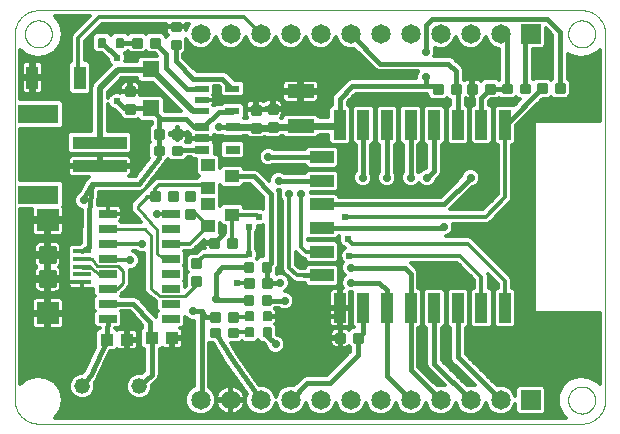
<source format=gtl>
G75*
%MOIN*%
%OFA0B0*%
%FSLAX25Y25*%
%IPPOS*%
%LPD*%
%AMOC8*
5,1,8,0,0,1.08239X$1,22.5*
%
%ADD10C,0.00000*%
%ADD11C,0.00100*%
%ADD12C,0.00875*%
%ADD13C,0.00750*%
%ADD14R,0.04500X0.04000*%
%ADD15R,0.03937X0.09843*%
%ADD16R,0.07874X0.03937*%
%ADD17R,0.09000X0.04500*%
%ADD18R,0.04724X0.02717*%
%ADD19R,0.05500X0.05500*%
%ADD20R,0.04724X0.02165*%
%ADD21R,0.05984X0.01496*%
%ADD22C,0.01800*%
%ADD23R,0.07480X0.07480*%
%ADD24R,0.04000X0.07800*%
%ADD25R,0.18110X0.03937*%
%ADD26R,0.13386X0.06299*%
%ADD27R,0.06500X0.06500*%
%ADD28C,0.06500*%
%ADD29C,0.05200*%
%ADD30R,0.04331X0.03937*%
%ADD31R,0.06000X0.02500*%
%ADD32C,0.01600*%
%ADD33C,0.02800*%
%ADD34C,0.02400*%
%ADD35C,0.01200*%
%ADD36C,0.02400*%
%ADD37C,0.01000*%
%ADD38C,0.02000*%
D10*
X0010874Y0003250D02*
X0191976Y0003250D01*
X0192166Y0003252D01*
X0192356Y0003259D01*
X0192546Y0003271D01*
X0192736Y0003287D01*
X0192925Y0003307D01*
X0193114Y0003333D01*
X0193302Y0003362D01*
X0193489Y0003397D01*
X0193675Y0003436D01*
X0193860Y0003479D01*
X0194045Y0003527D01*
X0194228Y0003579D01*
X0194409Y0003635D01*
X0194589Y0003696D01*
X0194768Y0003762D01*
X0194945Y0003831D01*
X0195121Y0003905D01*
X0195294Y0003983D01*
X0195466Y0004066D01*
X0195635Y0004152D01*
X0195803Y0004242D01*
X0195968Y0004337D01*
X0196131Y0004435D01*
X0196291Y0004538D01*
X0196449Y0004644D01*
X0196604Y0004754D01*
X0196757Y0004867D01*
X0196907Y0004985D01*
X0197053Y0005106D01*
X0197197Y0005230D01*
X0197338Y0005358D01*
X0197476Y0005489D01*
X0197611Y0005624D01*
X0197742Y0005762D01*
X0197870Y0005903D01*
X0197994Y0006047D01*
X0198115Y0006193D01*
X0198233Y0006343D01*
X0198346Y0006496D01*
X0198456Y0006651D01*
X0198562Y0006809D01*
X0198665Y0006969D01*
X0198763Y0007132D01*
X0198858Y0007297D01*
X0198948Y0007465D01*
X0199034Y0007634D01*
X0199117Y0007806D01*
X0199195Y0007979D01*
X0199269Y0008155D01*
X0199338Y0008332D01*
X0199404Y0008511D01*
X0199465Y0008691D01*
X0199521Y0008872D01*
X0199573Y0009055D01*
X0199621Y0009240D01*
X0199664Y0009425D01*
X0199703Y0009611D01*
X0199738Y0009798D01*
X0199767Y0009986D01*
X0199793Y0010175D01*
X0199813Y0010364D01*
X0199829Y0010554D01*
X0199841Y0010744D01*
X0199848Y0010934D01*
X0199850Y0011124D01*
X0199850Y0133171D01*
X0199848Y0133361D01*
X0199841Y0133551D01*
X0199829Y0133741D01*
X0199813Y0133931D01*
X0199793Y0134120D01*
X0199767Y0134309D01*
X0199738Y0134497D01*
X0199703Y0134684D01*
X0199664Y0134870D01*
X0199621Y0135055D01*
X0199573Y0135240D01*
X0199521Y0135423D01*
X0199465Y0135604D01*
X0199404Y0135784D01*
X0199338Y0135963D01*
X0199269Y0136140D01*
X0199195Y0136316D01*
X0199117Y0136489D01*
X0199034Y0136661D01*
X0198948Y0136830D01*
X0198858Y0136998D01*
X0198763Y0137163D01*
X0198665Y0137326D01*
X0198562Y0137486D01*
X0198456Y0137644D01*
X0198346Y0137799D01*
X0198233Y0137952D01*
X0198115Y0138102D01*
X0197994Y0138248D01*
X0197870Y0138392D01*
X0197742Y0138533D01*
X0197611Y0138671D01*
X0197476Y0138806D01*
X0197338Y0138937D01*
X0197197Y0139065D01*
X0197053Y0139189D01*
X0196907Y0139310D01*
X0196757Y0139428D01*
X0196604Y0139541D01*
X0196449Y0139651D01*
X0196291Y0139757D01*
X0196131Y0139860D01*
X0195968Y0139958D01*
X0195803Y0140053D01*
X0195635Y0140143D01*
X0195466Y0140229D01*
X0195294Y0140312D01*
X0195121Y0140390D01*
X0194945Y0140464D01*
X0194768Y0140533D01*
X0194589Y0140599D01*
X0194409Y0140660D01*
X0194228Y0140716D01*
X0194045Y0140768D01*
X0193860Y0140816D01*
X0193675Y0140859D01*
X0193489Y0140898D01*
X0193302Y0140933D01*
X0193114Y0140962D01*
X0192925Y0140988D01*
X0192736Y0141008D01*
X0192546Y0141024D01*
X0192356Y0141036D01*
X0192166Y0141043D01*
X0191976Y0141045D01*
X0010874Y0141045D01*
X0010684Y0141043D01*
X0010494Y0141036D01*
X0010304Y0141024D01*
X0010114Y0141008D01*
X0009925Y0140988D01*
X0009736Y0140962D01*
X0009548Y0140933D01*
X0009361Y0140898D01*
X0009175Y0140859D01*
X0008990Y0140816D01*
X0008805Y0140768D01*
X0008622Y0140716D01*
X0008441Y0140660D01*
X0008261Y0140599D01*
X0008082Y0140533D01*
X0007905Y0140464D01*
X0007729Y0140390D01*
X0007556Y0140312D01*
X0007384Y0140229D01*
X0007215Y0140143D01*
X0007047Y0140053D01*
X0006882Y0139958D01*
X0006719Y0139860D01*
X0006559Y0139757D01*
X0006401Y0139651D01*
X0006246Y0139541D01*
X0006093Y0139428D01*
X0005943Y0139310D01*
X0005797Y0139189D01*
X0005653Y0139065D01*
X0005512Y0138937D01*
X0005374Y0138806D01*
X0005239Y0138671D01*
X0005108Y0138533D01*
X0004980Y0138392D01*
X0004856Y0138248D01*
X0004735Y0138102D01*
X0004617Y0137952D01*
X0004504Y0137799D01*
X0004394Y0137644D01*
X0004288Y0137486D01*
X0004185Y0137326D01*
X0004087Y0137163D01*
X0003992Y0136998D01*
X0003902Y0136830D01*
X0003816Y0136661D01*
X0003733Y0136489D01*
X0003655Y0136316D01*
X0003581Y0136140D01*
X0003512Y0135963D01*
X0003446Y0135784D01*
X0003385Y0135604D01*
X0003329Y0135423D01*
X0003277Y0135240D01*
X0003229Y0135055D01*
X0003186Y0134870D01*
X0003147Y0134684D01*
X0003112Y0134497D01*
X0003083Y0134309D01*
X0003057Y0134120D01*
X0003037Y0133931D01*
X0003021Y0133741D01*
X0003009Y0133551D01*
X0003002Y0133361D01*
X0003000Y0133171D01*
X0003000Y0011124D01*
X0003002Y0010934D01*
X0003009Y0010744D01*
X0003021Y0010554D01*
X0003037Y0010364D01*
X0003057Y0010175D01*
X0003083Y0009986D01*
X0003112Y0009798D01*
X0003147Y0009611D01*
X0003186Y0009425D01*
X0003229Y0009240D01*
X0003277Y0009055D01*
X0003329Y0008872D01*
X0003385Y0008691D01*
X0003446Y0008511D01*
X0003512Y0008332D01*
X0003581Y0008155D01*
X0003655Y0007979D01*
X0003733Y0007806D01*
X0003816Y0007634D01*
X0003902Y0007465D01*
X0003992Y0007297D01*
X0004087Y0007132D01*
X0004185Y0006969D01*
X0004288Y0006809D01*
X0004394Y0006651D01*
X0004504Y0006496D01*
X0004617Y0006343D01*
X0004735Y0006193D01*
X0004856Y0006047D01*
X0004980Y0005903D01*
X0005108Y0005762D01*
X0005239Y0005624D01*
X0005374Y0005489D01*
X0005512Y0005358D01*
X0005653Y0005230D01*
X0005797Y0005106D01*
X0005943Y0004985D01*
X0006093Y0004867D01*
X0006246Y0004754D01*
X0006401Y0004644D01*
X0006559Y0004538D01*
X0006719Y0004435D01*
X0006882Y0004337D01*
X0007047Y0004242D01*
X0007215Y0004152D01*
X0007384Y0004066D01*
X0007556Y0003983D01*
X0007729Y0003905D01*
X0007905Y0003831D01*
X0008082Y0003762D01*
X0008261Y0003696D01*
X0008441Y0003635D01*
X0008622Y0003579D01*
X0008805Y0003527D01*
X0008990Y0003479D01*
X0009175Y0003436D01*
X0009361Y0003397D01*
X0009548Y0003362D01*
X0009736Y0003333D01*
X0009925Y0003307D01*
X0010114Y0003287D01*
X0010304Y0003271D01*
X0010494Y0003259D01*
X0010684Y0003252D01*
X0010874Y0003250D01*
D11*
X0187476Y0011124D02*
X0187478Y0011258D01*
X0187484Y0011392D01*
X0187494Y0011525D01*
X0187508Y0011659D01*
X0187526Y0011792D01*
X0187548Y0011924D01*
X0187573Y0012055D01*
X0187603Y0012186D01*
X0187637Y0012316D01*
X0187674Y0012444D01*
X0187715Y0012572D01*
X0187760Y0012698D01*
X0187809Y0012823D01*
X0187861Y0012946D01*
X0187917Y0013068D01*
X0187977Y0013188D01*
X0188040Y0013306D01*
X0188107Y0013422D01*
X0188177Y0013536D01*
X0188251Y0013648D01*
X0188328Y0013758D01*
X0188408Y0013866D01*
X0188491Y0013971D01*
X0188577Y0014073D01*
X0188666Y0014173D01*
X0188759Y0014270D01*
X0188854Y0014365D01*
X0188952Y0014456D01*
X0189052Y0014545D01*
X0189155Y0014630D01*
X0189261Y0014713D01*
X0189369Y0014792D01*
X0189479Y0014868D01*
X0189592Y0014941D01*
X0189707Y0015010D01*
X0189823Y0015076D01*
X0189942Y0015138D01*
X0190062Y0015197D01*
X0190185Y0015252D01*
X0190308Y0015304D01*
X0190433Y0015351D01*
X0190560Y0015395D01*
X0190688Y0015436D01*
X0190817Y0015472D01*
X0190947Y0015505D01*
X0191078Y0015533D01*
X0191209Y0015558D01*
X0191342Y0015579D01*
X0191475Y0015596D01*
X0191608Y0015609D01*
X0191742Y0015618D01*
X0191876Y0015623D01*
X0192010Y0015624D01*
X0192143Y0015621D01*
X0192277Y0015614D01*
X0192411Y0015603D01*
X0192544Y0015588D01*
X0192677Y0015569D01*
X0192809Y0015546D01*
X0192940Y0015520D01*
X0193070Y0015489D01*
X0193200Y0015454D01*
X0193328Y0015416D01*
X0193455Y0015374D01*
X0193581Y0015328D01*
X0193706Y0015278D01*
X0193829Y0015225D01*
X0193950Y0015168D01*
X0194070Y0015107D01*
X0194187Y0015043D01*
X0194303Y0014976D01*
X0194417Y0014905D01*
X0194528Y0014830D01*
X0194637Y0014753D01*
X0194744Y0014672D01*
X0194849Y0014588D01*
X0194950Y0014501D01*
X0195050Y0014411D01*
X0195146Y0014318D01*
X0195240Y0014222D01*
X0195331Y0014123D01*
X0195418Y0014022D01*
X0195503Y0013918D01*
X0195585Y0013812D01*
X0195663Y0013704D01*
X0195738Y0013593D01*
X0195810Y0013480D01*
X0195879Y0013364D01*
X0195944Y0013247D01*
X0196005Y0013128D01*
X0196063Y0013007D01*
X0196117Y0012885D01*
X0196168Y0012761D01*
X0196215Y0012635D01*
X0196258Y0012508D01*
X0196297Y0012380D01*
X0196333Y0012251D01*
X0196364Y0012121D01*
X0196392Y0011990D01*
X0196416Y0011858D01*
X0196436Y0011725D01*
X0196452Y0011592D01*
X0196464Y0011459D01*
X0196472Y0011325D01*
X0196476Y0011191D01*
X0196476Y0011057D01*
X0196472Y0010923D01*
X0196464Y0010789D01*
X0196452Y0010656D01*
X0196436Y0010523D01*
X0196416Y0010390D01*
X0196392Y0010258D01*
X0196364Y0010127D01*
X0196333Y0009997D01*
X0196297Y0009868D01*
X0196258Y0009740D01*
X0196215Y0009613D01*
X0196168Y0009487D01*
X0196117Y0009363D01*
X0196063Y0009241D01*
X0196005Y0009120D01*
X0195944Y0009001D01*
X0195879Y0008884D01*
X0195810Y0008768D01*
X0195738Y0008655D01*
X0195663Y0008544D01*
X0195585Y0008436D01*
X0195503Y0008330D01*
X0195418Y0008226D01*
X0195331Y0008125D01*
X0195240Y0008026D01*
X0195146Y0007930D01*
X0195050Y0007837D01*
X0194950Y0007747D01*
X0194849Y0007660D01*
X0194744Y0007576D01*
X0194637Y0007495D01*
X0194528Y0007418D01*
X0194417Y0007343D01*
X0194303Y0007272D01*
X0194187Y0007205D01*
X0194070Y0007141D01*
X0193950Y0007080D01*
X0193829Y0007023D01*
X0193706Y0006970D01*
X0193581Y0006920D01*
X0193455Y0006874D01*
X0193328Y0006832D01*
X0193200Y0006794D01*
X0193070Y0006759D01*
X0192940Y0006728D01*
X0192809Y0006702D01*
X0192677Y0006679D01*
X0192544Y0006660D01*
X0192411Y0006645D01*
X0192277Y0006634D01*
X0192143Y0006627D01*
X0192010Y0006624D01*
X0191876Y0006625D01*
X0191742Y0006630D01*
X0191608Y0006639D01*
X0191475Y0006652D01*
X0191342Y0006669D01*
X0191209Y0006690D01*
X0191078Y0006715D01*
X0190947Y0006743D01*
X0190817Y0006776D01*
X0190688Y0006812D01*
X0190560Y0006853D01*
X0190433Y0006897D01*
X0190308Y0006944D01*
X0190185Y0006996D01*
X0190062Y0007051D01*
X0189942Y0007110D01*
X0189823Y0007172D01*
X0189707Y0007238D01*
X0189592Y0007307D01*
X0189479Y0007380D01*
X0189369Y0007456D01*
X0189261Y0007535D01*
X0189155Y0007618D01*
X0189052Y0007703D01*
X0188952Y0007792D01*
X0188854Y0007883D01*
X0188759Y0007978D01*
X0188666Y0008075D01*
X0188577Y0008175D01*
X0188491Y0008277D01*
X0188408Y0008382D01*
X0188328Y0008490D01*
X0188251Y0008600D01*
X0188177Y0008712D01*
X0188107Y0008826D01*
X0188040Y0008942D01*
X0187977Y0009060D01*
X0187917Y0009180D01*
X0187861Y0009302D01*
X0187809Y0009425D01*
X0187760Y0009550D01*
X0187715Y0009676D01*
X0187674Y0009804D01*
X0187637Y0009932D01*
X0187603Y0010062D01*
X0187573Y0010193D01*
X0187548Y0010324D01*
X0187526Y0010456D01*
X0187508Y0010589D01*
X0187494Y0010723D01*
X0187484Y0010856D01*
X0187478Y0010990D01*
X0187476Y0011124D01*
X0187476Y0133171D02*
X0187478Y0133305D01*
X0187484Y0133439D01*
X0187494Y0133572D01*
X0187508Y0133706D01*
X0187526Y0133839D01*
X0187548Y0133971D01*
X0187573Y0134102D01*
X0187603Y0134233D01*
X0187637Y0134363D01*
X0187674Y0134491D01*
X0187715Y0134619D01*
X0187760Y0134745D01*
X0187809Y0134870D01*
X0187861Y0134993D01*
X0187917Y0135115D01*
X0187977Y0135235D01*
X0188040Y0135353D01*
X0188107Y0135469D01*
X0188177Y0135583D01*
X0188251Y0135695D01*
X0188328Y0135805D01*
X0188408Y0135913D01*
X0188491Y0136018D01*
X0188577Y0136120D01*
X0188666Y0136220D01*
X0188759Y0136317D01*
X0188854Y0136412D01*
X0188952Y0136503D01*
X0189052Y0136592D01*
X0189155Y0136677D01*
X0189261Y0136760D01*
X0189369Y0136839D01*
X0189479Y0136915D01*
X0189592Y0136988D01*
X0189707Y0137057D01*
X0189823Y0137123D01*
X0189942Y0137185D01*
X0190062Y0137244D01*
X0190185Y0137299D01*
X0190308Y0137351D01*
X0190433Y0137398D01*
X0190560Y0137442D01*
X0190688Y0137483D01*
X0190817Y0137519D01*
X0190947Y0137552D01*
X0191078Y0137580D01*
X0191209Y0137605D01*
X0191342Y0137626D01*
X0191475Y0137643D01*
X0191608Y0137656D01*
X0191742Y0137665D01*
X0191876Y0137670D01*
X0192010Y0137671D01*
X0192143Y0137668D01*
X0192277Y0137661D01*
X0192411Y0137650D01*
X0192544Y0137635D01*
X0192677Y0137616D01*
X0192809Y0137593D01*
X0192940Y0137567D01*
X0193070Y0137536D01*
X0193200Y0137501D01*
X0193328Y0137463D01*
X0193455Y0137421D01*
X0193581Y0137375D01*
X0193706Y0137325D01*
X0193829Y0137272D01*
X0193950Y0137215D01*
X0194070Y0137154D01*
X0194187Y0137090D01*
X0194303Y0137023D01*
X0194417Y0136952D01*
X0194528Y0136877D01*
X0194637Y0136800D01*
X0194744Y0136719D01*
X0194849Y0136635D01*
X0194950Y0136548D01*
X0195050Y0136458D01*
X0195146Y0136365D01*
X0195240Y0136269D01*
X0195331Y0136170D01*
X0195418Y0136069D01*
X0195503Y0135965D01*
X0195585Y0135859D01*
X0195663Y0135751D01*
X0195738Y0135640D01*
X0195810Y0135527D01*
X0195879Y0135411D01*
X0195944Y0135294D01*
X0196005Y0135175D01*
X0196063Y0135054D01*
X0196117Y0134932D01*
X0196168Y0134808D01*
X0196215Y0134682D01*
X0196258Y0134555D01*
X0196297Y0134427D01*
X0196333Y0134298D01*
X0196364Y0134168D01*
X0196392Y0134037D01*
X0196416Y0133905D01*
X0196436Y0133772D01*
X0196452Y0133639D01*
X0196464Y0133506D01*
X0196472Y0133372D01*
X0196476Y0133238D01*
X0196476Y0133104D01*
X0196472Y0132970D01*
X0196464Y0132836D01*
X0196452Y0132703D01*
X0196436Y0132570D01*
X0196416Y0132437D01*
X0196392Y0132305D01*
X0196364Y0132174D01*
X0196333Y0132044D01*
X0196297Y0131915D01*
X0196258Y0131787D01*
X0196215Y0131660D01*
X0196168Y0131534D01*
X0196117Y0131410D01*
X0196063Y0131288D01*
X0196005Y0131167D01*
X0195944Y0131048D01*
X0195879Y0130931D01*
X0195810Y0130815D01*
X0195738Y0130702D01*
X0195663Y0130591D01*
X0195585Y0130483D01*
X0195503Y0130377D01*
X0195418Y0130273D01*
X0195331Y0130172D01*
X0195240Y0130073D01*
X0195146Y0129977D01*
X0195050Y0129884D01*
X0194950Y0129794D01*
X0194849Y0129707D01*
X0194744Y0129623D01*
X0194637Y0129542D01*
X0194528Y0129465D01*
X0194417Y0129390D01*
X0194303Y0129319D01*
X0194187Y0129252D01*
X0194070Y0129188D01*
X0193950Y0129127D01*
X0193829Y0129070D01*
X0193706Y0129017D01*
X0193581Y0128967D01*
X0193455Y0128921D01*
X0193328Y0128879D01*
X0193200Y0128841D01*
X0193070Y0128806D01*
X0192940Y0128775D01*
X0192809Y0128749D01*
X0192677Y0128726D01*
X0192544Y0128707D01*
X0192411Y0128692D01*
X0192277Y0128681D01*
X0192143Y0128674D01*
X0192010Y0128671D01*
X0191876Y0128672D01*
X0191742Y0128677D01*
X0191608Y0128686D01*
X0191475Y0128699D01*
X0191342Y0128716D01*
X0191209Y0128737D01*
X0191078Y0128762D01*
X0190947Y0128790D01*
X0190817Y0128823D01*
X0190688Y0128859D01*
X0190560Y0128900D01*
X0190433Y0128944D01*
X0190308Y0128991D01*
X0190185Y0129043D01*
X0190062Y0129098D01*
X0189942Y0129157D01*
X0189823Y0129219D01*
X0189707Y0129285D01*
X0189592Y0129354D01*
X0189479Y0129427D01*
X0189369Y0129503D01*
X0189261Y0129582D01*
X0189155Y0129665D01*
X0189052Y0129750D01*
X0188952Y0129839D01*
X0188854Y0129930D01*
X0188759Y0130025D01*
X0188666Y0130122D01*
X0188577Y0130222D01*
X0188491Y0130324D01*
X0188408Y0130429D01*
X0188328Y0130537D01*
X0188251Y0130647D01*
X0188177Y0130759D01*
X0188107Y0130873D01*
X0188040Y0130989D01*
X0187977Y0131107D01*
X0187917Y0131227D01*
X0187861Y0131349D01*
X0187809Y0131472D01*
X0187760Y0131597D01*
X0187715Y0131723D01*
X0187674Y0131851D01*
X0187637Y0131979D01*
X0187603Y0132109D01*
X0187573Y0132240D01*
X0187548Y0132371D01*
X0187526Y0132503D01*
X0187508Y0132636D01*
X0187494Y0132770D01*
X0187484Y0132903D01*
X0187478Y0133037D01*
X0187476Y0133171D01*
X0006374Y0133171D02*
X0006376Y0133305D01*
X0006382Y0133439D01*
X0006392Y0133572D01*
X0006406Y0133706D01*
X0006424Y0133839D01*
X0006446Y0133971D01*
X0006471Y0134102D01*
X0006501Y0134233D01*
X0006535Y0134363D01*
X0006572Y0134491D01*
X0006613Y0134619D01*
X0006658Y0134745D01*
X0006707Y0134870D01*
X0006759Y0134993D01*
X0006815Y0135115D01*
X0006875Y0135235D01*
X0006938Y0135353D01*
X0007005Y0135469D01*
X0007075Y0135583D01*
X0007149Y0135695D01*
X0007226Y0135805D01*
X0007306Y0135913D01*
X0007389Y0136018D01*
X0007475Y0136120D01*
X0007564Y0136220D01*
X0007657Y0136317D01*
X0007752Y0136412D01*
X0007850Y0136503D01*
X0007950Y0136592D01*
X0008053Y0136677D01*
X0008159Y0136760D01*
X0008267Y0136839D01*
X0008377Y0136915D01*
X0008490Y0136988D01*
X0008605Y0137057D01*
X0008721Y0137123D01*
X0008840Y0137185D01*
X0008960Y0137244D01*
X0009083Y0137299D01*
X0009206Y0137351D01*
X0009331Y0137398D01*
X0009458Y0137442D01*
X0009586Y0137483D01*
X0009715Y0137519D01*
X0009845Y0137552D01*
X0009976Y0137580D01*
X0010107Y0137605D01*
X0010240Y0137626D01*
X0010373Y0137643D01*
X0010506Y0137656D01*
X0010640Y0137665D01*
X0010774Y0137670D01*
X0010908Y0137671D01*
X0011041Y0137668D01*
X0011175Y0137661D01*
X0011309Y0137650D01*
X0011442Y0137635D01*
X0011575Y0137616D01*
X0011707Y0137593D01*
X0011838Y0137567D01*
X0011968Y0137536D01*
X0012098Y0137501D01*
X0012226Y0137463D01*
X0012353Y0137421D01*
X0012479Y0137375D01*
X0012604Y0137325D01*
X0012727Y0137272D01*
X0012848Y0137215D01*
X0012968Y0137154D01*
X0013085Y0137090D01*
X0013201Y0137023D01*
X0013315Y0136952D01*
X0013426Y0136877D01*
X0013535Y0136800D01*
X0013642Y0136719D01*
X0013747Y0136635D01*
X0013848Y0136548D01*
X0013948Y0136458D01*
X0014044Y0136365D01*
X0014138Y0136269D01*
X0014229Y0136170D01*
X0014316Y0136069D01*
X0014401Y0135965D01*
X0014483Y0135859D01*
X0014561Y0135751D01*
X0014636Y0135640D01*
X0014708Y0135527D01*
X0014777Y0135411D01*
X0014842Y0135294D01*
X0014903Y0135175D01*
X0014961Y0135054D01*
X0015015Y0134932D01*
X0015066Y0134808D01*
X0015113Y0134682D01*
X0015156Y0134555D01*
X0015195Y0134427D01*
X0015231Y0134298D01*
X0015262Y0134168D01*
X0015290Y0134037D01*
X0015314Y0133905D01*
X0015334Y0133772D01*
X0015350Y0133639D01*
X0015362Y0133506D01*
X0015370Y0133372D01*
X0015374Y0133238D01*
X0015374Y0133104D01*
X0015370Y0132970D01*
X0015362Y0132836D01*
X0015350Y0132703D01*
X0015334Y0132570D01*
X0015314Y0132437D01*
X0015290Y0132305D01*
X0015262Y0132174D01*
X0015231Y0132044D01*
X0015195Y0131915D01*
X0015156Y0131787D01*
X0015113Y0131660D01*
X0015066Y0131534D01*
X0015015Y0131410D01*
X0014961Y0131288D01*
X0014903Y0131167D01*
X0014842Y0131048D01*
X0014777Y0130931D01*
X0014708Y0130815D01*
X0014636Y0130702D01*
X0014561Y0130591D01*
X0014483Y0130483D01*
X0014401Y0130377D01*
X0014316Y0130273D01*
X0014229Y0130172D01*
X0014138Y0130073D01*
X0014044Y0129977D01*
X0013948Y0129884D01*
X0013848Y0129794D01*
X0013747Y0129707D01*
X0013642Y0129623D01*
X0013535Y0129542D01*
X0013426Y0129465D01*
X0013315Y0129390D01*
X0013201Y0129319D01*
X0013085Y0129252D01*
X0012968Y0129188D01*
X0012848Y0129127D01*
X0012727Y0129070D01*
X0012604Y0129017D01*
X0012479Y0128967D01*
X0012353Y0128921D01*
X0012226Y0128879D01*
X0012098Y0128841D01*
X0011968Y0128806D01*
X0011838Y0128775D01*
X0011707Y0128749D01*
X0011575Y0128726D01*
X0011442Y0128707D01*
X0011309Y0128692D01*
X0011175Y0128681D01*
X0011041Y0128674D01*
X0010908Y0128671D01*
X0010774Y0128672D01*
X0010640Y0128677D01*
X0010506Y0128686D01*
X0010373Y0128699D01*
X0010240Y0128716D01*
X0010107Y0128737D01*
X0009976Y0128762D01*
X0009845Y0128790D01*
X0009715Y0128823D01*
X0009586Y0128859D01*
X0009458Y0128900D01*
X0009331Y0128944D01*
X0009206Y0128991D01*
X0009083Y0129043D01*
X0008960Y0129098D01*
X0008840Y0129157D01*
X0008721Y0129219D01*
X0008605Y0129285D01*
X0008490Y0129354D01*
X0008377Y0129427D01*
X0008267Y0129503D01*
X0008159Y0129582D01*
X0008053Y0129665D01*
X0007950Y0129750D01*
X0007850Y0129839D01*
X0007752Y0129930D01*
X0007657Y0130025D01*
X0007564Y0130122D01*
X0007475Y0130222D01*
X0007389Y0130324D01*
X0007306Y0130429D01*
X0007226Y0130537D01*
X0007149Y0130647D01*
X0007075Y0130759D01*
X0007005Y0130873D01*
X0006938Y0130989D01*
X0006875Y0131107D01*
X0006815Y0131227D01*
X0006759Y0131349D01*
X0006707Y0131472D01*
X0006658Y0131597D01*
X0006613Y0131723D01*
X0006572Y0131851D01*
X0006535Y0131979D01*
X0006501Y0132109D01*
X0006471Y0132240D01*
X0006446Y0132371D01*
X0006424Y0132503D01*
X0006406Y0132636D01*
X0006392Y0132770D01*
X0006382Y0132903D01*
X0006376Y0133037D01*
X0006374Y0133171D01*
D12*
X0040167Y0115303D02*
X0040167Y0112677D01*
X0040167Y0115303D02*
X0042793Y0115303D01*
X0042793Y0112677D01*
X0040167Y0112677D01*
X0040167Y0113551D02*
X0042793Y0113551D01*
X0042793Y0114425D02*
X0040167Y0114425D01*
X0040167Y0115299D02*
X0042793Y0115299D01*
X0040167Y0109303D02*
X0040167Y0106677D01*
X0040167Y0109303D02*
X0042793Y0109303D01*
X0042793Y0106677D01*
X0040167Y0106677D01*
X0040167Y0107551D02*
X0042793Y0107551D01*
X0042793Y0108425D02*
X0040167Y0108425D01*
X0040167Y0109299D02*
X0042793Y0109299D01*
X0049884Y0101185D02*
X0052510Y0101185D01*
X0052510Y0098559D01*
X0049884Y0098559D01*
X0049884Y0101185D01*
X0049884Y0099433D02*
X0052510Y0099433D01*
X0052510Y0100307D02*
X0049884Y0100307D01*
X0049884Y0101181D02*
X0052510Y0101181D01*
X0055884Y0101185D02*
X0058510Y0101185D01*
X0058510Y0098559D01*
X0055884Y0098559D01*
X0055884Y0101185D01*
X0055884Y0099433D02*
X0058510Y0099433D01*
X0058510Y0100307D02*
X0055884Y0100307D01*
X0055884Y0101181D02*
X0058510Y0101181D01*
X0058396Y0092972D02*
X0055770Y0092972D01*
X0055770Y0095598D01*
X0058396Y0095598D01*
X0058396Y0092972D01*
X0058396Y0093846D02*
X0055770Y0093846D01*
X0055770Y0094720D02*
X0058396Y0094720D01*
X0058396Y0095594D02*
X0055770Y0095594D01*
X0052396Y0092972D02*
X0049770Y0092972D01*
X0049770Y0095598D01*
X0052396Y0095598D01*
X0052396Y0092972D01*
X0052396Y0093846D02*
X0049770Y0093846D01*
X0049770Y0094720D02*
X0052396Y0094720D01*
X0052396Y0095594D02*
X0049770Y0095594D01*
X0050994Y0077717D02*
X0048368Y0077717D01*
X0048368Y0080343D01*
X0050994Y0080343D01*
X0050994Y0077717D01*
X0050994Y0078591D02*
X0048368Y0078591D01*
X0048368Y0079465D02*
X0050994Y0079465D01*
X0050994Y0080339D02*
X0048368Y0080339D01*
X0054368Y0077717D02*
X0056994Y0077717D01*
X0054368Y0077717D02*
X0054368Y0080343D01*
X0056994Y0080343D01*
X0056994Y0077717D01*
X0056994Y0078591D02*
X0054368Y0078591D01*
X0054368Y0079465D02*
X0056994Y0079465D01*
X0056994Y0080339D02*
X0054368Y0080339D01*
X0062600Y0080504D02*
X0062600Y0077878D01*
X0059974Y0077878D01*
X0059974Y0080504D01*
X0062600Y0080504D01*
X0062600Y0078752D02*
X0059974Y0078752D01*
X0059974Y0079626D02*
X0062600Y0079626D01*
X0062600Y0080500D02*
X0059974Y0080500D01*
X0062600Y0074504D02*
X0062600Y0071878D01*
X0059974Y0071878D01*
X0059974Y0074504D01*
X0062600Y0074504D01*
X0062600Y0072752D02*
X0059974Y0072752D01*
X0059974Y0073626D02*
X0062600Y0073626D01*
X0062600Y0074500D02*
X0059974Y0074500D01*
X0068207Y0062197D02*
X0070833Y0062197D01*
X0068207Y0062197D02*
X0068207Y0064823D01*
X0070833Y0064823D01*
X0070833Y0062197D01*
X0070833Y0063071D02*
X0068207Y0063071D01*
X0068207Y0063945D02*
X0070833Y0063945D01*
X0070833Y0064819D02*
X0068207Y0064819D01*
X0074207Y0062197D02*
X0076833Y0062197D01*
X0074207Y0062197D02*
X0074207Y0064823D01*
X0076833Y0064823D01*
X0076833Y0062197D01*
X0076833Y0063071D02*
X0074207Y0063071D01*
X0074207Y0063945D02*
X0076833Y0063945D01*
X0076833Y0064819D02*
X0074207Y0064819D01*
X0062187Y0058063D02*
X0062187Y0055437D01*
X0062187Y0058063D02*
X0064813Y0058063D01*
X0064813Y0055437D01*
X0062187Y0055437D01*
X0062187Y0056311D02*
X0064813Y0056311D01*
X0064813Y0057185D02*
X0062187Y0057185D01*
X0062187Y0058059D02*
X0064813Y0058059D01*
X0062187Y0052063D02*
X0062187Y0049437D01*
X0062187Y0052063D02*
X0064813Y0052063D01*
X0064813Y0049437D01*
X0062187Y0049437D01*
X0062187Y0050311D02*
X0064813Y0050311D01*
X0064813Y0051185D02*
X0062187Y0051185D01*
X0062187Y0052059D02*
X0064813Y0052059D01*
X0079648Y0051343D02*
X0082274Y0051343D01*
X0082274Y0048717D01*
X0079648Y0048717D01*
X0079648Y0051343D01*
X0079648Y0049591D02*
X0082274Y0049591D01*
X0082274Y0050465D02*
X0079648Y0050465D01*
X0079648Y0051339D02*
X0082274Y0051339D01*
X0085648Y0051343D02*
X0088274Y0051343D01*
X0088274Y0048717D01*
X0085648Y0048717D01*
X0085648Y0051343D01*
X0085648Y0049591D02*
X0088274Y0049591D01*
X0088274Y0050465D02*
X0085648Y0050465D01*
X0085648Y0051339D02*
X0088274Y0051339D01*
X0088215Y0054161D02*
X0085589Y0054161D01*
X0085589Y0056787D01*
X0088215Y0056787D01*
X0088215Y0054161D01*
X0088215Y0055035D02*
X0085589Y0055035D01*
X0085589Y0055909D02*
X0088215Y0055909D01*
X0088215Y0056783D02*
X0085589Y0056783D01*
X0082215Y0054161D02*
X0079589Y0054161D01*
X0079589Y0056787D01*
X0082215Y0056787D01*
X0082215Y0054161D01*
X0082215Y0055035D02*
X0079589Y0055035D01*
X0079589Y0055909D02*
X0082215Y0055909D01*
X0082215Y0056783D02*
X0079589Y0056783D01*
X0079589Y0043173D02*
X0082215Y0043173D01*
X0079589Y0043173D02*
X0079589Y0045799D01*
X0082215Y0045799D01*
X0082215Y0043173D01*
X0082215Y0044047D02*
X0079589Y0044047D01*
X0079589Y0044921D02*
X0082215Y0044921D01*
X0082215Y0045795D02*
X0079589Y0045795D01*
X0085589Y0043173D02*
X0088215Y0043173D01*
X0085589Y0043173D02*
X0085589Y0045799D01*
X0088215Y0045799D01*
X0088215Y0043173D01*
X0088215Y0044047D02*
X0085589Y0044047D01*
X0085589Y0044921D02*
X0088215Y0044921D01*
X0088215Y0045795D02*
X0085589Y0045795D01*
X0077120Y0037594D02*
X0074494Y0037594D01*
X0074494Y0040220D01*
X0077120Y0040220D01*
X0077120Y0037594D01*
X0077120Y0038468D02*
X0074494Y0038468D01*
X0074494Y0039342D02*
X0077120Y0039342D01*
X0077120Y0040216D02*
X0074494Y0040216D01*
X0071120Y0037594D02*
X0068494Y0037594D01*
X0068494Y0040220D01*
X0071120Y0040220D01*
X0071120Y0037594D01*
X0071120Y0038468D02*
X0068494Y0038468D01*
X0068494Y0039342D02*
X0071120Y0039342D01*
X0071120Y0040216D02*
X0068494Y0040216D01*
X0068494Y0034951D02*
X0071120Y0034951D01*
X0071120Y0032325D01*
X0068494Y0032325D01*
X0068494Y0034951D01*
X0068494Y0033199D02*
X0071120Y0033199D01*
X0071120Y0034073D02*
X0068494Y0034073D01*
X0068494Y0034947D02*
X0071120Y0034947D01*
X0074494Y0034951D02*
X0077120Y0034951D01*
X0077120Y0032325D01*
X0074494Y0032325D01*
X0074494Y0034951D01*
X0074494Y0033199D02*
X0077120Y0033199D01*
X0077120Y0034073D02*
X0074494Y0034073D01*
X0074494Y0034947D02*
X0077120Y0034947D01*
X0110215Y0030551D02*
X0112841Y0030551D01*
X0110215Y0030551D02*
X0110215Y0033177D01*
X0112841Y0033177D01*
X0112841Y0030551D01*
X0112841Y0031425D02*
X0110215Y0031425D01*
X0110215Y0032299D02*
X0112841Y0032299D01*
X0112841Y0033173D02*
X0110215Y0033173D01*
X0116215Y0030551D02*
X0118841Y0030551D01*
X0116215Y0030551D02*
X0116215Y0033177D01*
X0118841Y0033177D01*
X0118841Y0030551D01*
X0118841Y0031425D02*
X0116215Y0031425D01*
X0116215Y0032299D02*
X0118841Y0032299D01*
X0118841Y0033173D02*
X0116215Y0033173D01*
X0087667Y0100768D02*
X0087667Y0103394D01*
X0090293Y0103394D01*
X0090293Y0100768D01*
X0087667Y0100768D01*
X0087667Y0101642D02*
X0090293Y0101642D01*
X0090293Y0102516D02*
X0087667Y0102516D01*
X0087667Y0103390D02*
X0090293Y0103390D01*
X0087667Y0106768D02*
X0087667Y0109394D01*
X0090293Y0109394D01*
X0090293Y0106768D01*
X0087667Y0106768D01*
X0087667Y0107642D02*
X0090293Y0107642D01*
X0090293Y0108516D02*
X0087667Y0108516D01*
X0087667Y0109390D02*
X0090293Y0109390D01*
X0082022Y0109260D02*
X0082022Y0106634D01*
X0082022Y0109260D02*
X0084648Y0109260D01*
X0084648Y0106634D01*
X0082022Y0106634D01*
X0082022Y0107508D02*
X0084648Y0107508D01*
X0084648Y0108382D02*
X0082022Y0108382D01*
X0082022Y0109256D02*
X0084648Y0109256D01*
X0082022Y0103260D02*
X0082022Y0100634D01*
X0082022Y0103260D02*
X0084648Y0103260D01*
X0084648Y0100634D01*
X0082022Y0100634D01*
X0082022Y0101508D02*
X0084648Y0101508D01*
X0084648Y0102382D02*
X0082022Y0102382D01*
X0082022Y0103256D02*
X0084648Y0103256D01*
X0057947Y0128343D02*
X0057947Y0130969D01*
X0057947Y0128343D02*
X0055321Y0128343D01*
X0055321Y0130969D01*
X0057947Y0130969D01*
X0057947Y0129217D02*
X0055321Y0129217D01*
X0055321Y0130091D02*
X0057947Y0130091D01*
X0057947Y0130965D02*
X0055321Y0130965D01*
X0057947Y0134343D02*
X0057947Y0136969D01*
X0057947Y0134343D02*
X0055321Y0134343D01*
X0055321Y0136969D01*
X0057947Y0136969D01*
X0057947Y0135217D02*
X0055321Y0135217D01*
X0055321Y0136091D02*
X0057947Y0136091D01*
X0057947Y0136965D02*
X0055321Y0136965D01*
X0051104Y0128917D02*
X0048478Y0128917D01*
X0048478Y0131543D01*
X0051104Y0131543D01*
X0051104Y0128917D01*
X0051104Y0129791D02*
X0048478Y0129791D01*
X0048478Y0130665D02*
X0051104Y0130665D01*
X0051104Y0131539D02*
X0048478Y0131539D01*
X0045104Y0128917D02*
X0042478Y0128917D01*
X0042478Y0131543D01*
X0045104Y0131543D01*
X0045104Y0128917D01*
X0045104Y0129791D02*
X0042478Y0129791D01*
X0042478Y0130665D02*
X0045104Y0130665D01*
X0045104Y0131539D02*
X0042478Y0131539D01*
X0142738Y0113382D02*
X0145364Y0113382D01*
X0142738Y0113382D02*
X0142738Y0116008D01*
X0145364Y0116008D01*
X0145364Y0113382D01*
X0145364Y0114256D02*
X0142738Y0114256D01*
X0142738Y0115130D02*
X0145364Y0115130D01*
X0145364Y0116004D02*
X0142738Y0116004D01*
X0148738Y0113382D02*
X0151364Y0113382D01*
X0148738Y0113382D02*
X0148738Y0116008D01*
X0151364Y0116008D01*
X0151364Y0113382D01*
X0151364Y0114256D02*
X0148738Y0114256D01*
X0148738Y0115130D02*
X0151364Y0115130D01*
X0151364Y0116004D02*
X0148738Y0116004D01*
X0154191Y0113563D02*
X0156817Y0113563D01*
X0154191Y0113563D02*
X0154191Y0116189D01*
X0156817Y0116189D01*
X0156817Y0113563D01*
X0156817Y0114437D02*
X0154191Y0114437D01*
X0154191Y0115311D02*
X0156817Y0115311D01*
X0156817Y0116185D02*
X0154191Y0116185D01*
X0160191Y0113563D02*
X0162817Y0113563D01*
X0160191Y0113563D02*
X0160191Y0116189D01*
X0162817Y0116189D01*
X0162817Y0113563D01*
X0162817Y0114437D02*
X0160191Y0114437D01*
X0160191Y0115311D02*
X0162817Y0115311D01*
X0162817Y0116185D02*
X0160191Y0116185D01*
X0165829Y0113669D02*
X0168455Y0113669D01*
X0165829Y0113669D02*
X0165829Y0116295D01*
X0168455Y0116295D01*
X0168455Y0113669D01*
X0168455Y0114543D02*
X0165829Y0114543D01*
X0165829Y0115417D02*
X0168455Y0115417D01*
X0168455Y0116291D02*
X0165829Y0116291D01*
X0171829Y0113669D02*
X0174455Y0113669D01*
X0171829Y0113669D02*
X0171829Y0116295D01*
X0174455Y0116295D01*
X0174455Y0113669D01*
X0174455Y0114543D02*
X0171829Y0114543D01*
X0171829Y0115417D02*
X0174455Y0115417D01*
X0174455Y0116291D02*
X0171829Y0116291D01*
X0177470Y0116358D02*
X0180096Y0116358D01*
X0180096Y0113732D01*
X0177470Y0113732D01*
X0177470Y0116358D01*
X0177470Y0114606D02*
X0180096Y0114606D01*
X0180096Y0115480D02*
X0177470Y0115480D01*
X0177470Y0116354D02*
X0180096Y0116354D01*
X0183470Y0116358D02*
X0186096Y0116358D01*
X0186096Y0113732D01*
X0183470Y0113732D01*
X0183470Y0116358D01*
X0183470Y0114606D02*
X0186096Y0114606D01*
X0186096Y0115480D02*
X0183470Y0115480D01*
X0183470Y0116354D02*
X0186096Y0116354D01*
D13*
X0088282Y0037670D02*
X0086032Y0037670D01*
X0086032Y0040420D01*
X0088282Y0040420D01*
X0088282Y0037670D01*
X0088282Y0038419D02*
X0086032Y0038419D01*
X0086032Y0039168D02*
X0088282Y0039168D01*
X0088282Y0039917D02*
X0086032Y0039917D01*
X0082282Y0037670D02*
X0080032Y0037670D01*
X0080032Y0040420D01*
X0082282Y0040420D01*
X0082282Y0037670D01*
X0082282Y0038419D02*
X0080032Y0038419D01*
X0080032Y0039168D02*
X0082282Y0039168D01*
X0082282Y0039917D02*
X0080032Y0039917D01*
X0080032Y0032316D02*
X0082282Y0032316D01*
X0080032Y0032316D02*
X0080032Y0035066D01*
X0082282Y0035066D01*
X0082282Y0032316D01*
X0082282Y0033065D02*
X0080032Y0033065D01*
X0080032Y0033814D02*
X0082282Y0033814D01*
X0082282Y0034563D02*
X0080032Y0034563D01*
X0086032Y0032316D02*
X0088282Y0032316D01*
X0086032Y0032316D02*
X0086032Y0035066D01*
X0088282Y0035066D01*
X0088282Y0032316D01*
X0088282Y0033065D02*
X0086032Y0033065D01*
X0086032Y0033814D02*
X0088282Y0033814D01*
X0088282Y0034563D02*
X0086032Y0034563D01*
X0039200Y0128871D02*
X0036950Y0128871D01*
X0036950Y0131621D01*
X0039200Y0131621D01*
X0039200Y0128871D01*
X0039200Y0129620D02*
X0036950Y0129620D01*
X0036950Y0130369D02*
X0039200Y0130369D01*
X0039200Y0131118D02*
X0036950Y0131118D01*
X0033200Y0128871D02*
X0030950Y0128871D01*
X0030950Y0131621D01*
X0033200Y0131621D01*
X0033200Y0128871D01*
X0033200Y0129620D02*
X0030950Y0129620D01*
X0030950Y0130369D02*
X0033200Y0130369D01*
X0033200Y0131118D02*
X0030950Y0131118D01*
D14*
X0067311Y0089404D03*
X0075311Y0085663D03*
X0067311Y0081923D03*
X0067311Y0076632D03*
X0075311Y0072892D03*
X0067311Y0069152D03*
D15*
X0111331Y0041856D03*
X0119205Y0041856D03*
X0127079Y0041856D03*
X0134953Y0041856D03*
X0142827Y0041856D03*
X0150701Y0041856D03*
X0158575Y0041856D03*
X0166449Y0041856D03*
X0166449Y0102880D03*
X0158575Y0102880D03*
X0150701Y0102880D03*
X0142827Y0102880D03*
X0134953Y0102880D03*
X0127079Y0102880D03*
X0119205Y0102880D03*
X0111331Y0102880D03*
D16*
X0105425Y0092053D03*
X0105425Y0084179D03*
X0105425Y0076305D03*
X0105425Y0068431D03*
X0105425Y0060557D03*
X0105425Y0052683D03*
D17*
X0098299Y0102571D03*
X0098299Y0114071D03*
D18*
X0075674Y0102108D03*
X0075674Y0094628D03*
X0065437Y0094628D03*
X0065437Y0098368D03*
X0065437Y0102108D03*
D19*
X0048394Y0108415D03*
X0048394Y0121415D03*
D20*
X0065307Y0114923D03*
X0065307Y0111183D03*
X0065307Y0107443D03*
X0075543Y0107443D03*
X0075543Y0114923D03*
D21*
X0025469Y0060659D03*
X0025469Y0058100D03*
X0025469Y0055541D03*
X0025469Y0052982D03*
X0025469Y0050423D03*
D22*
X0011869Y0049441D02*
X0011869Y0053641D01*
X0016069Y0053641D01*
X0016069Y0049441D01*
X0011869Y0049441D01*
X0011869Y0051240D02*
X0016069Y0051240D01*
X0016069Y0053039D02*
X0011869Y0053039D01*
X0011869Y0057441D02*
X0011869Y0061641D01*
X0016069Y0061641D01*
X0016069Y0057441D01*
X0011869Y0057441D01*
X0011869Y0059240D02*
X0016069Y0059240D01*
X0016069Y0061039D02*
X0011869Y0061039D01*
D23*
X0013969Y0071093D03*
X0013969Y0039990D03*
D24*
X0008906Y0118604D03*
X0024656Y0118604D03*
D25*
X0031346Y0096951D03*
X0031346Y0089077D03*
D26*
X0010874Y0079628D03*
X0010874Y0106400D03*
D27*
X0174929Y0133171D03*
X0174929Y0011124D03*
D28*
X0164929Y0011124D03*
X0154929Y0011124D03*
X0144929Y0011124D03*
X0134929Y0011124D03*
X0124929Y0011124D03*
X0114929Y0011124D03*
X0104929Y0011124D03*
X0094929Y0011124D03*
X0084929Y0011124D03*
X0074929Y0011124D03*
X0064929Y0011124D03*
X0064929Y0133171D03*
X0074929Y0133171D03*
X0084929Y0133171D03*
X0094929Y0133171D03*
X0104929Y0133171D03*
X0114929Y0133171D03*
X0124929Y0133171D03*
X0134929Y0133171D03*
X0144929Y0133171D03*
X0154929Y0133171D03*
X0164929Y0133171D03*
D29*
X0044500Y0015750D03*
X0025500Y0015750D03*
D30*
X0033654Y0031250D03*
X0040346Y0031250D03*
X0048654Y0031750D03*
X0055346Y0031750D03*
D31*
X0055000Y0038250D03*
X0055000Y0043250D03*
X0055000Y0048250D03*
X0055000Y0053250D03*
X0055000Y0058250D03*
X0055000Y0063250D03*
X0055000Y0068250D03*
X0055000Y0073250D03*
X0034000Y0073250D03*
X0034000Y0068250D03*
X0034000Y0063250D03*
X0034000Y0058250D03*
X0034000Y0053250D03*
X0034000Y0048250D03*
X0034000Y0043250D03*
X0034000Y0038250D03*
D32*
X0033846Y0033404D01*
X0033654Y0031250D01*
X0028346Y0019596D01*
X0025500Y0015750D01*
X0044500Y0015750D02*
X0048654Y0019596D01*
X0048654Y0031750D01*
X0048000Y0033096D01*
X0048000Y0037250D01*
X0042500Y0043250D01*
X0034000Y0043250D01*
X0025469Y0060659D02*
X0027776Y0062159D01*
X0027858Y0073742D01*
X0028858Y0083081D01*
X0044331Y0083081D01*
X0051000Y0091750D01*
X0051000Y0096703D01*
X0051000Y0100175D01*
X0051197Y0099872D01*
X0051197Y0104750D01*
X0060000Y0104750D01*
X0062642Y0102108D01*
X0065437Y0102108D01*
X0065858Y0102108D01*
X0071000Y0107250D01*
X0075350Y0107250D01*
X0075543Y0107443D01*
X0075315Y0102250D02*
X0071000Y0102250D01*
X0075315Y0102250D02*
X0075674Y0102108D01*
X0076032Y0102250D01*
X0065437Y0094628D02*
X0057425Y0094628D01*
X0057083Y0094285D01*
X0051083Y0094285D02*
X0051000Y0096703D01*
X0051197Y0104750D02*
X0051197Y0105612D01*
X0048394Y0108415D01*
X0041906Y0108415D01*
X0039335Y0108415D01*
X0037000Y0110750D01*
X0041480Y0107990D02*
X0041906Y0108415D01*
X0048559Y0121250D02*
X0048394Y0121415D01*
X0053500Y0121750D02*
X0053500Y0126522D01*
X0049791Y0130230D01*
X0043791Y0130230D02*
X0043776Y0130246D01*
X0038075Y0130246D01*
X0037000Y0125321D02*
X0032075Y0130246D01*
X0037000Y0125321D02*
X0037000Y0125250D01*
X0053500Y0121750D02*
X0060327Y0114923D01*
X0065307Y0114923D01*
X0062500Y0118250D02*
X0072217Y0118250D01*
X0075543Y0114923D01*
X0062500Y0118250D02*
X0056634Y0124116D01*
X0056634Y0129656D01*
X0087500Y0092250D02*
X0087697Y0092053D01*
X0105425Y0092053D01*
X0105425Y0084179D02*
X0091071Y0084179D01*
X0091000Y0084250D01*
X0088500Y0079750D02*
X0088500Y0056750D01*
X0087224Y0055474D01*
X0086902Y0055474D01*
X0086961Y0055415D01*
X0086961Y0050030D01*
X0087181Y0050250D01*
X0091500Y0050250D01*
X0093000Y0044250D02*
X0087138Y0044250D01*
X0086902Y0044486D01*
X0087157Y0039045D02*
X0111126Y0039045D01*
X0111331Y0039250D01*
X0111331Y0032061D01*
X0111528Y0031864D01*
X0117500Y0031837D02*
X0117528Y0031864D01*
X0119205Y0033541D01*
X0119205Y0041856D01*
X0127079Y0041856D02*
X0127079Y0047671D01*
X0124500Y0050250D01*
X0115000Y0050250D01*
X0115000Y0055250D02*
X0133000Y0055250D01*
X0134953Y0053297D01*
X0134953Y0041856D01*
X0134953Y0021100D01*
X0144929Y0011124D01*
X0134929Y0011124D02*
X0127079Y0018974D01*
X0127079Y0041856D01*
X0117500Y0031837D02*
X0117500Y0026250D01*
X0108000Y0016750D01*
X0100555Y0016750D01*
X0094929Y0011124D01*
X0084929Y0011124D02*
X0075307Y0024746D01*
X0069807Y0033638D01*
X0069650Y0038750D02*
X0066500Y0038750D01*
X0065253Y0040796D01*
X0065253Y0011448D01*
X0087157Y0032593D02*
X0090000Y0029750D01*
X0087157Y0032593D02*
X0087157Y0033691D01*
X0080902Y0044486D02*
X0070764Y0044486D01*
X0070000Y0044750D01*
X0070000Y0053250D01*
X0072224Y0055474D01*
X0080902Y0055474D01*
X0072500Y0066490D02*
X0069520Y0063510D01*
X0072500Y0066490D02*
X0072500Y0068250D01*
X0088500Y0079750D02*
X0082587Y0085663D01*
X0075311Y0085663D01*
X0105425Y0076305D02*
X0146055Y0076305D01*
X0155000Y0085250D01*
X0142827Y0087577D02*
X0140500Y0085250D01*
X0142827Y0087577D02*
X0142827Y0102880D01*
X0150701Y0102880D02*
X0150701Y0114045D01*
X0150051Y0114695D01*
X0150051Y0120699D01*
X0147500Y0123250D01*
X0124850Y0123250D01*
X0114929Y0133171D01*
X0115500Y0115750D02*
X0140000Y0115750D01*
X0140000Y0118750D01*
X0140000Y0115750D02*
X0142996Y0115750D01*
X0144051Y0114695D01*
X0158575Y0111947D02*
X0161504Y0114876D01*
X0167035Y0114876D01*
X0167142Y0114982D01*
X0167142Y0131077D01*
X0167024Y0131077D01*
X0164929Y0133171D01*
X0173142Y0131266D02*
X0174929Y0133053D01*
X0174929Y0133171D01*
X0173142Y0131266D02*
X0173142Y0114982D01*
X0178783Y0115045D02*
X0166618Y0102880D01*
X0166449Y0102880D01*
X0158575Y0102880D02*
X0158575Y0111947D01*
X0140000Y0127250D02*
X0140000Y0136250D01*
X0142000Y0138250D01*
X0180500Y0138250D01*
X0184783Y0133967D01*
X0184783Y0115045D01*
X0134953Y0102880D02*
X0134953Y0085297D01*
X0135000Y0085250D01*
X0127079Y0086329D02*
X0127000Y0085250D01*
X0127079Y0086329D02*
X0127079Y0102880D01*
X0119205Y0102880D02*
X0119205Y0085455D01*
X0119000Y0085250D01*
X0111331Y0102880D02*
X0111331Y0105250D01*
X0111331Y0111581D01*
X0115500Y0115750D01*
X0105425Y0068431D02*
X0145681Y0068431D01*
X0146000Y0068750D01*
X0142827Y0041856D02*
X0142827Y0023226D01*
X0154929Y0011124D01*
X0164929Y0011124D02*
X0150701Y0025352D01*
X0150701Y0041856D01*
X0111331Y0041856D02*
X0111331Y0039250D01*
X0105425Y0052683D02*
X0099567Y0052683D01*
X0069807Y0038907D02*
X0069650Y0038750D01*
X0065253Y0040796D02*
X0063300Y0040750D01*
X0062500Y0040750D01*
X0026000Y0077750D02*
X0025831Y0078081D01*
X0028858Y0083081D01*
D33*
X0026000Y0077750D03*
X0041606Y0072250D03*
X0050500Y0073250D03*
X0061500Y0079250D03*
X0073500Y0079250D03*
X0072500Y0068250D03*
X0085000Y0068250D03*
X0094500Y0079750D03*
X0098500Y0079750D03*
X0091000Y0084250D03*
X0087500Y0092250D03*
X0071000Y0102250D03*
X0070606Y0094750D03*
X0067000Y0089750D03*
X0057500Y0088750D03*
X0057000Y0099750D03*
X0054287Y0108581D03*
X0045287Y0102081D03*
X0071000Y0111250D03*
X0070106Y0122250D03*
X0090106Y0123250D03*
X0090106Y0119750D03*
X0100000Y0125250D03*
X0109500Y0125750D03*
X0119500Y0122250D03*
X0130000Y0119750D03*
X0131000Y0111750D03*
X0124500Y0111750D03*
X0140000Y0118750D03*
X0140000Y0127250D03*
X0160500Y0122250D03*
X0181000Y0125250D03*
X0139000Y0092750D03*
X0131000Y0091750D03*
X0127000Y0085250D03*
X0119000Y0085250D03*
X0114000Y0090750D03*
X0135000Y0085250D03*
X0140500Y0085250D03*
X0150500Y0092250D03*
X0155000Y0085250D03*
X0160000Y0080250D03*
X0172500Y0076750D03*
X0172500Y0071250D03*
X0172500Y0065750D03*
X0172500Y0061250D03*
X0172500Y0056250D03*
X0150500Y0051750D03*
X0146000Y0068750D03*
X0161500Y0092250D03*
X0115000Y0055250D03*
X0115000Y0050250D03*
X0101000Y0040750D03*
X0093000Y0044250D03*
X0091500Y0050250D03*
X0070000Y0044750D03*
X0062500Y0040750D03*
X0070000Y0033750D03*
X0084500Y0029750D03*
X0090000Y0029750D03*
X0045500Y0063250D03*
X0041500Y0057750D03*
X0041606Y0048750D03*
X0014000Y0033250D03*
X0010500Y0095750D03*
X0031500Y0123250D03*
X0042606Y0125750D03*
X0022500Y0137750D03*
X0170291Y0030907D03*
X0184500Y0030250D03*
X0138795Y0027364D03*
D34*
X0057197Y0099872D02*
X0057122Y0100372D01*
X0057000Y0099750D01*
X0057197Y0099872D02*
X0057201Y0100368D01*
X0076032Y0102250D02*
X0083031Y0102250D01*
X0083335Y0101947D01*
X0088846Y0101947D01*
X0088980Y0102081D01*
X0097809Y0102081D01*
X0098299Y0102571D01*
X0111022Y0102571D01*
X0111331Y0102880D01*
X0111331Y0105250D02*
X0110510Y0106071D01*
D35*
X0107510Y0106322D02*
X0103844Y0106322D01*
X0103545Y0106621D02*
X0093054Y0106621D01*
X0091999Y0105566D01*
X0091999Y0105081D01*
X0091770Y0105081D01*
X0091628Y0105222D01*
X0091923Y0105517D01*
X0092191Y0105982D01*
X0092330Y0106500D01*
X0092330Y0107806D01*
X0089255Y0107806D01*
X0089255Y0108356D01*
X0088705Y0108356D01*
X0088705Y0107806D01*
X0085630Y0107806D01*
X0085630Y0107672D01*
X0083610Y0107672D01*
X0083610Y0108222D01*
X0086685Y0108222D01*
X0086685Y0108356D01*
X0088705Y0108356D01*
X0088705Y0111431D01*
X0087400Y0111431D01*
X0086881Y0111292D01*
X0086417Y0111024D01*
X0086091Y0110697D01*
X0085898Y0110890D01*
X0085434Y0111158D01*
X0084915Y0111297D01*
X0083610Y0111297D01*
X0083610Y0108222D01*
X0083060Y0108222D01*
X0083060Y0111297D01*
X0081754Y0111297D01*
X0081236Y0111158D01*
X0080771Y0110890D01*
X0080392Y0110510D01*
X0080123Y0110046D01*
X0079985Y0109528D01*
X0079985Y0108222D01*
X0083060Y0108222D01*
X0083060Y0107672D01*
X0079985Y0107672D01*
X0079985Y0106366D01*
X0080123Y0105848D01*
X0080392Y0105383D01*
X0080525Y0105250D01*
X0079341Y0105250D01*
X0079705Y0105615D01*
X0079705Y0109271D01*
X0078651Y0110326D01*
X0072436Y0110326D01*
X0071960Y0109850D01*
X0070483Y0109850D01*
X0069527Y0109454D01*
X0069407Y0109334D01*
X0069181Y0109560D01*
X0069269Y0109890D01*
X0069269Y0111183D01*
X0065307Y0111183D01*
X0065307Y0111183D01*
X0069269Y0111183D01*
X0069269Y0112476D01*
X0069181Y0112807D01*
X0069469Y0113095D01*
X0069469Y0115650D01*
X0071140Y0115650D01*
X0071381Y0115408D01*
X0071381Y0113095D01*
X0072436Y0112041D01*
X0078651Y0112041D01*
X0079705Y0113095D01*
X0079705Y0116751D01*
X0078651Y0117806D01*
X0076338Y0117806D01*
X0073689Y0120454D01*
X0072734Y0120850D01*
X0063577Y0120850D01*
X0059234Y0125193D01*
X0059234Y0126466D01*
X0060184Y0127416D01*
X0060184Y0131431D01*
X0060648Y0130311D01*
X0062069Y0128890D01*
X0063925Y0128121D01*
X0065934Y0128121D01*
X0067790Y0128890D01*
X0069210Y0130311D01*
X0069929Y0132046D01*
X0070648Y0130311D01*
X0072069Y0128890D01*
X0073925Y0128121D01*
X0075934Y0128121D01*
X0077790Y0128890D01*
X0079210Y0130311D01*
X0079929Y0132046D01*
X0080648Y0130311D01*
X0082069Y0128890D01*
X0083925Y0128121D01*
X0085934Y0128121D01*
X0087790Y0128890D01*
X0089210Y0130311D01*
X0089929Y0132046D01*
X0090648Y0130311D01*
X0092069Y0128890D01*
X0093925Y0128121D01*
X0095934Y0128121D01*
X0097790Y0128890D01*
X0099210Y0130311D01*
X0099929Y0132046D01*
X0100648Y0130311D01*
X0102069Y0128890D01*
X0103925Y0128121D01*
X0105934Y0128121D01*
X0107790Y0128890D01*
X0109210Y0130311D01*
X0109929Y0132046D01*
X0110648Y0130311D01*
X0112069Y0128890D01*
X0113925Y0128121D01*
X0115934Y0128121D01*
X0116194Y0128229D01*
X0123378Y0121046D01*
X0124333Y0120650D01*
X0137375Y0120650D01*
X0137287Y0120563D01*
X0136800Y0119387D01*
X0136800Y0118350D01*
X0114983Y0118350D01*
X0114027Y0117954D01*
X0113296Y0117223D01*
X0113296Y0117223D01*
X0109127Y0113053D01*
X0108731Y0112098D01*
X0108731Y0109601D01*
X0108617Y0109601D01*
X0107562Y0108547D01*
X0107562Y0106794D01*
X0107510Y0106668D01*
X0107510Y0105571D01*
X0104595Y0105571D01*
X0103545Y0106621D01*
X0107562Y0107520D02*
X0092330Y0107520D01*
X0092330Y0108356D02*
X0089255Y0108356D01*
X0089255Y0111431D01*
X0090561Y0111431D01*
X0091079Y0111292D01*
X0091544Y0111024D01*
X0091923Y0110644D01*
X0092191Y0110180D01*
X0092330Y0109661D01*
X0092330Y0108356D01*
X0092330Y0108719D02*
X0107734Y0108719D01*
X0108731Y0109918D02*
X0092262Y0109918D01*
X0092817Y0110541D02*
X0093182Y0110330D01*
X0093589Y0110221D01*
X0097774Y0110221D01*
X0097774Y0113546D01*
X0092199Y0113546D01*
X0092199Y0111610D01*
X0092308Y0111203D01*
X0092519Y0110838D01*
X0092817Y0110541D01*
X0092359Y0111116D02*
X0091384Y0111116D01*
X0092199Y0112315D02*
X0078925Y0112315D01*
X0079705Y0113513D02*
X0092199Y0113513D01*
X0092199Y0114596D02*
X0097774Y0114596D01*
X0097774Y0113546D01*
X0098824Y0113546D01*
X0098824Y0110221D01*
X0103010Y0110221D01*
X0103417Y0110330D01*
X0103782Y0110541D01*
X0104080Y0110838D01*
X0104290Y0111203D01*
X0104399Y0111610D01*
X0104399Y0113546D01*
X0098824Y0113546D01*
X0098824Y0114596D01*
X0097774Y0114596D01*
X0097774Y0117921D01*
X0093589Y0117921D01*
X0093182Y0117812D01*
X0092817Y0117601D01*
X0092519Y0117303D01*
X0092308Y0116938D01*
X0092199Y0116532D01*
X0092199Y0114596D01*
X0092199Y0114712D02*
X0079705Y0114712D01*
X0079705Y0115910D02*
X0092199Y0115910D01*
X0092406Y0117109D02*
X0079348Y0117109D01*
X0075836Y0118307D02*
X0114879Y0118307D01*
X0113182Y0117109D02*
X0104192Y0117109D01*
X0104290Y0116938D02*
X0104080Y0117303D01*
X0103782Y0117601D01*
X0103417Y0117812D01*
X0103010Y0117921D01*
X0098824Y0117921D01*
X0098824Y0114596D01*
X0104399Y0114596D01*
X0104399Y0116532D01*
X0104290Y0116938D01*
X0104399Y0115910D02*
X0111983Y0115910D01*
X0110785Y0114712D02*
X0104399Y0114712D01*
X0104399Y0113513D02*
X0109586Y0113513D01*
X0108820Y0112315D02*
X0104399Y0112315D01*
X0104240Y0111116D02*
X0108731Y0111116D01*
X0113931Y0110504D02*
X0113931Y0109601D01*
X0114045Y0109601D01*
X0115099Y0108547D01*
X0115099Y0097213D01*
X0114045Y0096159D01*
X0108617Y0096159D01*
X0107562Y0097213D01*
X0107562Y0099571D01*
X0104595Y0099571D01*
X0103545Y0098521D01*
X0093054Y0098521D01*
X0092494Y0099081D01*
X0091770Y0099081D01*
X0091220Y0098531D01*
X0086741Y0098531D01*
X0086325Y0098947D01*
X0086124Y0098947D01*
X0085574Y0098397D01*
X0081095Y0098397D01*
X0080242Y0099250D01*
X0079081Y0099250D01*
X0078781Y0098950D01*
X0072566Y0098950D01*
X0072223Y0099293D01*
X0071637Y0099050D01*
X0070363Y0099050D01*
X0069399Y0099450D01*
X0069399Y0098447D01*
X0065516Y0098447D01*
X0065516Y0098289D01*
X0069399Y0098289D01*
X0069399Y0096932D01*
X0069599Y0096732D01*
X0069599Y0093204D01*
X0070307Y0093204D01*
X0071361Y0092149D01*
X0071361Y0088509D01*
X0072315Y0089463D01*
X0078307Y0089463D01*
X0079361Y0088409D01*
X0079361Y0088263D01*
X0083104Y0088263D01*
X0084059Y0087868D01*
X0087800Y0084127D01*
X0087800Y0084887D01*
X0088287Y0086063D01*
X0089187Y0086963D01*
X0090363Y0087450D01*
X0091637Y0087450D01*
X0092813Y0086963D01*
X0092996Y0086779D01*
X0099688Y0086779D01*
X0099688Y0086893D01*
X0100743Y0087948D01*
X0110108Y0087948D01*
X0111162Y0086893D01*
X0111162Y0081465D01*
X0110108Y0080411D01*
X0101690Y0080411D01*
X0101700Y0080387D01*
X0101700Y0080074D01*
X0110108Y0080074D01*
X0111162Y0079019D01*
X0111162Y0078905D01*
X0144978Y0078905D01*
X0151800Y0085727D01*
X0151800Y0085887D01*
X0152287Y0087063D01*
X0153187Y0087963D01*
X0154363Y0088450D01*
X0155637Y0088450D01*
X0156813Y0087963D01*
X0157713Y0087063D01*
X0158200Y0085887D01*
X0158200Y0084613D01*
X0157713Y0083437D01*
X0156813Y0082537D01*
X0155637Y0082050D01*
X0155477Y0082050D01*
X0148077Y0074650D01*
X0159006Y0074650D01*
X0164049Y0079693D01*
X0164049Y0096159D01*
X0163735Y0096159D01*
X0162680Y0097213D01*
X0162680Y0108547D01*
X0163735Y0109601D01*
X0169163Y0109601D01*
X0169413Y0109351D01*
X0171494Y0111432D01*
X0170902Y0111432D01*
X0170142Y0112193D01*
X0169381Y0111432D01*
X0164902Y0111432D01*
X0164376Y0111959D01*
X0163743Y0111326D01*
X0161631Y0111326D01*
X0161175Y0110870D01*
X0161175Y0109601D01*
X0161289Y0109601D01*
X0162343Y0108547D01*
X0162343Y0097213D01*
X0161289Y0096159D01*
X0155861Y0096159D01*
X0154806Y0097213D01*
X0154806Y0108547D01*
X0155861Y0109601D01*
X0155975Y0109601D01*
X0155975Y0111526D01*
X0155779Y0111526D01*
X0155779Y0114601D01*
X0155229Y0114601D01*
X0155229Y0111526D01*
X0153923Y0111526D01*
X0153405Y0111665D01*
X0153301Y0111725D01*
X0153301Y0109601D01*
X0153415Y0109601D01*
X0154469Y0108547D01*
X0154469Y0097213D01*
X0153415Y0096159D01*
X0147987Y0096159D01*
X0146932Y0097213D01*
X0146932Y0108547D01*
X0147987Y0109601D01*
X0148101Y0109601D01*
X0148101Y0111145D01*
X0147812Y0111145D01*
X0147051Y0111906D01*
X0146290Y0111145D01*
X0141812Y0111145D01*
X0140501Y0112456D01*
X0140501Y0113150D01*
X0116577Y0113150D01*
X0113931Y0110504D01*
X0113931Y0109918D02*
X0148101Y0109918D01*
X0148101Y0111116D02*
X0114543Y0111116D01*
X0115741Y0112315D02*
X0140642Y0112315D01*
X0140113Y0109601D02*
X0139058Y0108547D01*
X0139058Y0097213D01*
X0140113Y0096159D01*
X0140227Y0096159D01*
X0140227Y0088654D01*
X0140023Y0088450D01*
X0139863Y0088450D01*
X0138687Y0087963D01*
X0137787Y0087063D01*
X0137750Y0086973D01*
X0137713Y0087063D01*
X0137553Y0087223D01*
X0137553Y0096159D01*
X0137667Y0096159D01*
X0138721Y0097213D01*
X0138721Y0108547D01*
X0137667Y0109601D01*
X0132239Y0109601D01*
X0131184Y0108547D01*
X0131184Y0097213D01*
X0132239Y0096159D01*
X0132353Y0096159D01*
X0132353Y0087128D01*
X0132287Y0087063D01*
X0131800Y0085887D01*
X0131800Y0084613D01*
X0132287Y0083437D01*
X0133187Y0082537D01*
X0134363Y0082050D01*
X0135637Y0082050D01*
X0136813Y0082537D01*
X0137713Y0083437D01*
X0137750Y0083527D01*
X0137787Y0083437D01*
X0138687Y0082537D01*
X0139863Y0082050D01*
X0141137Y0082050D01*
X0142313Y0082537D01*
X0143213Y0083437D01*
X0143700Y0084613D01*
X0143700Y0084773D01*
X0145031Y0086104D01*
X0145427Y0087060D01*
X0145427Y0096159D01*
X0145541Y0096159D01*
X0146595Y0097213D01*
X0146595Y0108547D01*
X0145541Y0109601D01*
X0140113Y0109601D01*
X0139230Y0108719D02*
X0138549Y0108719D01*
X0138721Y0107520D02*
X0139058Y0107520D01*
X0139058Y0106322D02*
X0138721Y0106322D01*
X0138721Y0105123D02*
X0139058Y0105123D01*
X0139058Y0103925D02*
X0138721Y0103925D01*
X0138721Y0102726D02*
X0139058Y0102726D01*
X0139058Y0101528D02*
X0138721Y0101528D01*
X0138721Y0100329D02*
X0139058Y0100329D01*
X0139058Y0099131D02*
X0138721Y0099131D01*
X0138721Y0097932D02*
X0139058Y0097932D01*
X0139537Y0096734D02*
X0138242Y0096734D01*
X0137553Y0095535D02*
X0140227Y0095535D01*
X0140227Y0094337D02*
X0137553Y0094337D01*
X0137553Y0093138D02*
X0140227Y0093138D01*
X0140227Y0091940D02*
X0137553Y0091940D01*
X0137553Y0090741D02*
X0140227Y0090741D01*
X0140227Y0089543D02*
X0137553Y0089543D01*
X0137553Y0088344D02*
X0139608Y0088344D01*
X0137870Y0087146D02*
X0137630Y0087146D01*
X0132353Y0087146D02*
X0129679Y0087146D01*
X0129679Y0087097D02*
X0129679Y0096159D01*
X0129793Y0096159D01*
X0130847Y0097213D01*
X0130847Y0108547D01*
X0129793Y0109601D01*
X0124365Y0109601D01*
X0123310Y0108547D01*
X0123310Y0097213D01*
X0124365Y0096159D01*
X0124479Y0096159D01*
X0124479Y0087254D01*
X0124287Y0087063D01*
X0123800Y0085887D01*
X0123800Y0084613D01*
X0124287Y0083437D01*
X0125187Y0082537D01*
X0126363Y0082050D01*
X0127637Y0082050D01*
X0128813Y0082537D01*
X0129713Y0083437D01*
X0130200Y0084613D01*
X0130200Y0085887D01*
X0129713Y0087063D01*
X0129679Y0087097D01*
X0129679Y0088344D02*
X0132353Y0088344D01*
X0132353Y0089543D02*
X0129679Y0089543D01*
X0129679Y0090741D02*
X0132353Y0090741D01*
X0132353Y0091940D02*
X0129679Y0091940D01*
X0129679Y0093138D02*
X0132353Y0093138D01*
X0132353Y0094337D02*
X0129679Y0094337D01*
X0129679Y0095535D02*
X0132353Y0095535D01*
X0131663Y0096734D02*
X0130368Y0096734D01*
X0130847Y0097932D02*
X0131184Y0097932D01*
X0131184Y0099131D02*
X0130847Y0099131D01*
X0130847Y0100329D02*
X0131184Y0100329D01*
X0131184Y0101528D02*
X0130847Y0101528D01*
X0130847Y0102726D02*
X0131184Y0102726D01*
X0131184Y0103925D02*
X0130847Y0103925D01*
X0130847Y0105123D02*
X0131184Y0105123D01*
X0131184Y0106322D02*
X0130847Y0106322D01*
X0130847Y0107520D02*
X0131184Y0107520D01*
X0131356Y0108719D02*
X0130675Y0108719D01*
X0123482Y0108719D02*
X0122801Y0108719D01*
X0122973Y0108547D02*
X0121919Y0109601D01*
X0116491Y0109601D01*
X0115436Y0108547D01*
X0115436Y0097213D01*
X0116491Y0096159D01*
X0116605Y0096159D01*
X0116605Y0087380D01*
X0116287Y0087063D01*
X0115800Y0085887D01*
X0115800Y0084613D01*
X0116287Y0083437D01*
X0117187Y0082537D01*
X0118363Y0082050D01*
X0119637Y0082050D01*
X0120813Y0082537D01*
X0121713Y0083437D01*
X0122200Y0084613D01*
X0122200Y0085887D01*
X0121805Y0086841D01*
X0121805Y0096159D01*
X0121919Y0096159D01*
X0122973Y0097213D01*
X0122973Y0108547D01*
X0122973Y0107520D02*
X0123310Y0107520D01*
X0123310Y0106322D02*
X0122973Y0106322D01*
X0122973Y0105123D02*
X0123310Y0105123D01*
X0123310Y0103925D02*
X0122973Y0103925D01*
X0122973Y0102726D02*
X0123310Y0102726D01*
X0123310Y0101528D02*
X0122973Y0101528D01*
X0122973Y0100329D02*
X0123310Y0100329D01*
X0123310Y0099131D02*
X0122973Y0099131D01*
X0122973Y0097932D02*
X0123310Y0097932D01*
X0123789Y0096734D02*
X0122494Y0096734D01*
X0121805Y0095535D02*
X0124479Y0095535D01*
X0124479Y0094337D02*
X0121805Y0094337D01*
X0121805Y0093138D02*
X0124479Y0093138D01*
X0124479Y0091940D02*
X0121805Y0091940D01*
X0121805Y0090741D02*
X0124479Y0090741D01*
X0124479Y0089543D02*
X0121805Y0089543D01*
X0121805Y0088344D02*
X0124479Y0088344D01*
X0124370Y0087146D02*
X0121805Y0087146D01*
X0122175Y0085947D02*
X0123825Y0085947D01*
X0123800Y0084749D02*
X0122200Y0084749D01*
X0121760Y0083550D02*
X0124240Y0083550D01*
X0125635Y0082352D02*
X0120365Y0082352D01*
X0117635Y0082352D02*
X0111162Y0082352D01*
X0111162Y0083550D02*
X0116240Y0083550D01*
X0115800Y0084749D02*
X0111162Y0084749D01*
X0111162Y0085947D02*
X0115825Y0085947D01*
X0116370Y0087146D02*
X0110910Y0087146D01*
X0110108Y0088285D02*
X0111162Y0089339D01*
X0111162Y0094767D01*
X0110108Y0095822D01*
X0100743Y0095822D01*
X0099688Y0094767D01*
X0099688Y0094653D01*
X0089622Y0094653D01*
X0089313Y0094963D01*
X0088137Y0095450D01*
X0086863Y0095450D01*
X0085687Y0094963D01*
X0084787Y0094063D01*
X0084300Y0092887D01*
X0084300Y0091613D01*
X0084787Y0090437D01*
X0085687Y0089537D01*
X0086863Y0089050D01*
X0088137Y0089050D01*
X0089110Y0089453D01*
X0099688Y0089453D01*
X0099688Y0089339D01*
X0100743Y0088285D01*
X0110108Y0088285D01*
X0110167Y0088344D02*
X0116605Y0088344D01*
X0116605Y0089543D02*
X0111162Y0089543D01*
X0111162Y0090741D02*
X0116605Y0090741D01*
X0116605Y0091940D02*
X0111162Y0091940D01*
X0111162Y0093138D02*
X0116605Y0093138D01*
X0116605Y0094337D02*
X0111162Y0094337D01*
X0110394Y0095535D02*
X0116605Y0095535D01*
X0115915Y0096734D02*
X0114620Y0096734D01*
X0115099Y0097932D02*
X0115436Y0097932D01*
X0115436Y0099131D02*
X0115099Y0099131D01*
X0115099Y0100329D02*
X0115436Y0100329D01*
X0115436Y0101528D02*
X0115099Y0101528D01*
X0115099Y0102726D02*
X0115436Y0102726D01*
X0115436Y0103925D02*
X0115099Y0103925D01*
X0115099Y0105123D02*
X0115436Y0105123D01*
X0115436Y0106322D02*
X0115099Y0106322D01*
X0115099Y0107520D02*
X0115436Y0107520D01*
X0115608Y0108719D02*
X0114927Y0108719D01*
X0107562Y0099131D02*
X0104155Y0099131D01*
X0107562Y0097932D02*
X0069399Y0097932D01*
X0069399Y0099131D02*
X0070168Y0099131D01*
X0071832Y0099131D02*
X0072385Y0099131D01*
X0072566Y0097786D02*
X0071511Y0096732D01*
X0071511Y0092524D01*
X0072566Y0091470D01*
X0078781Y0091470D01*
X0079836Y0092524D01*
X0079836Y0096732D01*
X0078781Y0097786D01*
X0072566Y0097786D01*
X0071513Y0096734D02*
X0069597Y0096734D01*
X0069599Y0095535D02*
X0071511Y0095535D01*
X0071511Y0094337D02*
X0069599Y0094337D01*
X0070372Y0093138D02*
X0071511Y0093138D01*
X0071361Y0091940D02*
X0072096Y0091940D01*
X0071361Y0090741D02*
X0084661Y0090741D01*
X0084300Y0091940D02*
X0079252Y0091940D01*
X0079836Y0093138D02*
X0084404Y0093138D01*
X0085061Y0094337D02*
X0079836Y0094337D01*
X0079836Y0095535D02*
X0100456Y0095535D01*
X0108041Y0096734D02*
X0079834Y0096734D01*
X0080361Y0099131D02*
X0078962Y0099131D01*
X0079705Y0106322D02*
X0079996Y0106322D01*
X0079985Y0107520D02*
X0079705Y0107520D01*
X0079705Y0108719D02*
X0079985Y0108719D01*
X0080089Y0109918D02*
X0079059Y0109918D01*
X0081163Y0111116D02*
X0069269Y0111116D01*
X0069269Y0109918D02*
X0072027Y0109918D01*
X0072162Y0112315D02*
X0069269Y0112315D01*
X0069469Y0113513D02*
X0071381Y0113513D01*
X0071381Y0114712D02*
X0069469Y0114712D01*
X0074638Y0119506D02*
X0136849Y0119506D01*
X0142884Y0125850D02*
X0143200Y0126613D01*
X0143200Y0127887D01*
X0142933Y0128532D01*
X0143925Y0128121D01*
X0145934Y0128121D01*
X0147790Y0128890D01*
X0149210Y0130311D01*
X0149929Y0132046D01*
X0150648Y0130311D01*
X0152069Y0128890D01*
X0153925Y0128121D01*
X0155934Y0128121D01*
X0157790Y0128890D01*
X0159210Y0130311D01*
X0159929Y0132046D01*
X0160648Y0130311D01*
X0162069Y0128890D01*
X0163925Y0128121D01*
X0164542Y0128121D01*
X0164542Y0118172D01*
X0164270Y0117900D01*
X0163743Y0118426D01*
X0159265Y0118426D01*
X0158363Y0117524D01*
X0158067Y0117819D01*
X0157603Y0118087D01*
X0157085Y0118226D01*
X0155779Y0118226D01*
X0155779Y0115151D01*
X0155229Y0115151D01*
X0155229Y0118226D01*
X0153923Y0118226D01*
X0153405Y0118087D01*
X0152940Y0117819D01*
X0152828Y0117707D01*
X0152651Y0117884D01*
X0152651Y0121216D01*
X0152255Y0122172D01*
X0149704Y0124723D01*
X0148973Y0125454D01*
X0148017Y0125850D01*
X0142884Y0125850D01*
X0143200Y0126697D02*
X0164542Y0126697D01*
X0164542Y0127895D02*
X0143196Y0127895D01*
X0147993Y0129094D02*
X0151865Y0129094D01*
X0150666Y0130292D02*
X0149192Y0130292D01*
X0149699Y0131491D02*
X0150159Y0131491D01*
X0157993Y0129094D02*
X0161865Y0129094D01*
X0160666Y0130292D02*
X0159192Y0130292D01*
X0159699Y0131491D02*
X0160159Y0131491D01*
X0164542Y0125498D02*
X0148867Y0125498D01*
X0150127Y0124300D02*
X0164542Y0124300D01*
X0164542Y0123101D02*
X0151326Y0123101D01*
X0152367Y0121903D02*
X0164542Y0121903D01*
X0164542Y0120704D02*
X0152651Y0120704D01*
X0152651Y0119506D02*
X0164542Y0119506D01*
X0164542Y0118307D02*
X0163862Y0118307D01*
X0159146Y0118307D02*
X0152651Y0118307D01*
X0155229Y0117109D02*
X0155779Y0117109D01*
X0155779Y0115910D02*
X0155229Y0115910D01*
X0155229Y0113513D02*
X0155779Y0113513D01*
X0155779Y0112315D02*
X0155229Y0112315D01*
X0155975Y0111116D02*
X0153301Y0111116D01*
X0153301Y0109918D02*
X0155975Y0109918D01*
X0154979Y0108719D02*
X0154297Y0108719D01*
X0154469Y0107520D02*
X0154806Y0107520D01*
X0154806Y0106322D02*
X0154469Y0106322D01*
X0154469Y0105123D02*
X0154806Y0105123D01*
X0154806Y0103925D02*
X0154469Y0103925D01*
X0154469Y0102726D02*
X0154806Y0102726D01*
X0154806Y0101528D02*
X0154469Y0101528D01*
X0154469Y0100329D02*
X0154806Y0100329D01*
X0154806Y0099131D02*
X0154469Y0099131D01*
X0154469Y0097932D02*
X0154806Y0097932D01*
X0155285Y0096734D02*
X0153990Y0096734D01*
X0161864Y0096734D02*
X0163159Y0096734D01*
X0162680Y0097932D02*
X0162343Y0097932D01*
X0162343Y0099131D02*
X0162680Y0099131D01*
X0162680Y0100329D02*
X0162343Y0100329D01*
X0162343Y0101528D02*
X0162680Y0101528D01*
X0162680Y0102726D02*
X0162343Y0102726D01*
X0162343Y0103925D02*
X0162680Y0103925D01*
X0162680Y0105123D02*
X0162343Y0105123D01*
X0162343Y0106322D02*
X0162680Y0106322D01*
X0162680Y0107520D02*
X0162343Y0107520D01*
X0162171Y0108719D02*
X0162853Y0108719D01*
X0161175Y0109918D02*
X0169979Y0109918D01*
X0171177Y0111116D02*
X0161421Y0111116D01*
X0166449Y0102880D02*
X0166449Y0078699D01*
X0160000Y0072250D01*
X0113000Y0072250D01*
X0111147Y0065702D02*
X0111000Y0065347D01*
X0111000Y0064153D01*
X0111457Y0063051D01*
X0112301Y0062207D01*
X0113050Y0061896D01*
X0112801Y0061793D01*
X0111957Y0060949D01*
X0111500Y0059847D01*
X0111500Y0058653D01*
X0111957Y0057551D01*
X0112366Y0057141D01*
X0112287Y0057063D01*
X0111800Y0055887D01*
X0111800Y0054613D01*
X0112287Y0053437D01*
X0112975Y0052750D01*
X0112287Y0052063D01*
X0111800Y0050887D01*
X0111800Y0049613D01*
X0112287Y0048437D01*
X0112347Y0048378D01*
X0111715Y0048378D01*
X0111715Y0042241D01*
X0110946Y0042241D01*
X0110946Y0041472D01*
X0107762Y0041472D01*
X0107762Y0036724D01*
X0107871Y0036317D01*
X0108082Y0035953D01*
X0108380Y0035655D01*
X0108745Y0035444D01*
X0109152Y0035335D01*
X0110946Y0035335D01*
X0110946Y0041472D01*
X0111715Y0041472D01*
X0111715Y0042241D01*
X0114899Y0042241D01*
X0114899Y0046988D01*
X0114883Y0047050D01*
X0115436Y0047050D01*
X0115436Y0036189D01*
X0116212Y0035414D01*
X0115288Y0035414D01*
X0114386Y0034512D01*
X0114091Y0034807D01*
X0113627Y0035075D01*
X0113108Y0035214D01*
X0111803Y0035214D01*
X0111803Y0032139D01*
X0111253Y0032139D01*
X0111253Y0035214D01*
X0109947Y0035214D01*
X0109429Y0035075D01*
X0108964Y0034807D01*
X0108585Y0034428D01*
X0108316Y0033963D01*
X0108178Y0033445D01*
X0108178Y0032139D01*
X0111252Y0032139D01*
X0111252Y0031589D01*
X0108178Y0031589D01*
X0108178Y0030283D01*
X0108316Y0029765D01*
X0108585Y0029301D01*
X0108964Y0028921D01*
X0109429Y0028653D01*
X0109947Y0028514D01*
X0111253Y0028514D01*
X0111253Y0031589D01*
X0111803Y0031589D01*
X0111803Y0028514D01*
X0113108Y0028514D01*
X0113627Y0028653D01*
X0114091Y0028921D01*
X0114386Y0029216D01*
X0114900Y0028702D01*
X0114900Y0027327D01*
X0106923Y0019350D01*
X0100038Y0019350D01*
X0099082Y0018954D01*
X0096194Y0016066D01*
X0095934Y0016174D01*
X0093925Y0016174D01*
X0092069Y0015405D01*
X0090648Y0013985D01*
X0089929Y0012249D01*
X0089210Y0013985D01*
X0087790Y0015405D01*
X0085934Y0016174D01*
X0084545Y0016174D01*
X0077476Y0026181D01*
X0075060Y0030088D01*
X0078046Y0030088D01*
X0078616Y0030657D01*
X0079132Y0030141D01*
X0083183Y0030141D01*
X0084157Y0031115D01*
X0085132Y0030141D01*
X0085932Y0030141D01*
X0086800Y0029273D01*
X0086800Y0029113D01*
X0087287Y0027937D01*
X0088187Y0027037D01*
X0089363Y0026550D01*
X0090637Y0026550D01*
X0091813Y0027037D01*
X0092713Y0027937D01*
X0093200Y0029113D01*
X0093200Y0030387D01*
X0092713Y0031563D01*
X0091813Y0032463D01*
X0090637Y0032950D01*
X0090477Y0032950D01*
X0090457Y0032969D01*
X0090457Y0035967D01*
X0089901Y0036523D01*
X0090123Y0036908D01*
X0090257Y0037410D01*
X0090257Y0038895D01*
X0087308Y0038895D01*
X0087308Y0039195D01*
X0090257Y0039195D01*
X0090257Y0040680D01*
X0090123Y0041183D01*
X0089863Y0041633D01*
X0089850Y0041646D01*
X0089855Y0041650D01*
X0091075Y0041650D01*
X0091187Y0041537D01*
X0092363Y0041050D01*
X0093637Y0041050D01*
X0094813Y0041537D01*
X0095713Y0042437D01*
X0096200Y0043613D01*
X0096200Y0044887D01*
X0095713Y0046063D01*
X0094813Y0046963D01*
X0093637Y0047450D01*
X0093102Y0047450D01*
X0093313Y0047537D01*
X0094213Y0048437D01*
X0094700Y0049613D01*
X0094700Y0050887D01*
X0094213Y0052063D01*
X0093313Y0052963D01*
X0092137Y0053450D01*
X0090863Y0053450D01*
X0090452Y0053279D01*
X0090452Y0055025D01*
X0090704Y0055277D01*
X0091100Y0056233D01*
X0091100Y0080267D01*
X0090776Y0081050D01*
X0091575Y0081050D01*
X0091300Y0080387D01*
X0091300Y0079113D01*
X0091787Y0077937D01*
X0092100Y0077625D01*
X0092100Y0054773D01*
X0092465Y0053891D01*
X0093141Y0053215D01*
X0095707Y0050648D01*
X0096590Y0050283D01*
X0098567Y0050283D01*
X0099050Y0050083D01*
X0099688Y0050083D01*
X0099688Y0049969D01*
X0100743Y0048915D01*
X0110108Y0048915D01*
X0111162Y0049969D01*
X0111162Y0055397D01*
X0110108Y0056452D01*
X0100743Y0056452D01*
X0099688Y0055397D01*
X0099688Y0055283D01*
X0099050Y0055283D01*
X0098567Y0055083D01*
X0098061Y0055083D01*
X0096900Y0056244D01*
X0096900Y0060456D01*
X0097141Y0060215D01*
X0098833Y0058522D01*
X0099688Y0058168D01*
X0099688Y0057843D01*
X0100743Y0056789D01*
X0110108Y0056789D01*
X0111162Y0057843D01*
X0111162Y0063271D01*
X0110108Y0064326D01*
X0100900Y0064326D01*
X0100900Y0064663D01*
X0110108Y0064663D01*
X0111147Y0065702D01*
X0111094Y0065573D02*
X0111018Y0065573D01*
X0111000Y0064374D02*
X0100900Y0064374D01*
X0098500Y0062250D02*
X0098500Y0079750D01*
X0094500Y0079750D02*
X0094500Y0055250D01*
X0097067Y0052683D01*
X0099567Y0052683D01*
X0099688Y0049992D02*
X0094700Y0049992D01*
X0094574Y0051190D02*
X0095165Y0051190D01*
X0093967Y0052389D02*
X0093887Y0052389D01*
X0092768Y0053587D02*
X0090452Y0053587D01*
X0090452Y0054786D02*
X0092100Y0054786D01*
X0092100Y0055984D02*
X0090997Y0055984D01*
X0091100Y0057183D02*
X0092100Y0057183D01*
X0092100Y0058382D02*
X0091100Y0058382D01*
X0091100Y0059580D02*
X0092100Y0059580D01*
X0092100Y0060779D02*
X0091100Y0060779D01*
X0091100Y0061977D02*
X0092100Y0061977D01*
X0092100Y0063176D02*
X0091100Y0063176D01*
X0091100Y0064374D02*
X0092100Y0064374D01*
X0092100Y0065573D02*
X0091100Y0065573D01*
X0091100Y0066771D02*
X0092100Y0066771D01*
X0092100Y0067970D02*
X0091100Y0067970D01*
X0091100Y0069168D02*
X0092100Y0069168D01*
X0092100Y0070367D02*
X0091100Y0070367D01*
X0091100Y0071565D02*
X0092100Y0071565D01*
X0092100Y0072764D02*
X0091100Y0072764D01*
X0091100Y0073962D02*
X0092100Y0073962D01*
X0092100Y0075161D02*
X0091100Y0075161D01*
X0091100Y0076359D02*
X0092100Y0076359D01*
X0092100Y0077558D02*
X0091100Y0077558D01*
X0091100Y0078756D02*
X0091448Y0078756D01*
X0091300Y0079955D02*
X0091100Y0079955D01*
X0085900Y0078673D02*
X0085900Y0074917D01*
X0085097Y0075250D01*
X0084436Y0075250D01*
X0084336Y0075292D01*
X0079361Y0075292D01*
X0079361Y0075637D01*
X0078307Y0076692D01*
X0072315Y0076692D01*
X0071361Y0075737D01*
X0071361Y0082818D01*
X0072315Y0081863D01*
X0078307Y0081863D01*
X0079361Y0082918D01*
X0079361Y0083063D01*
X0081510Y0083063D01*
X0085900Y0078673D01*
X0085817Y0078756D02*
X0071361Y0078756D01*
X0071361Y0077558D02*
X0085900Y0077558D01*
X0085900Y0076359D02*
X0078639Y0076359D01*
X0075311Y0072892D02*
X0083858Y0072892D01*
X0084500Y0072250D01*
X0085900Y0069583D02*
X0085900Y0059024D01*
X0084662Y0059024D01*
X0083902Y0058264D01*
X0083711Y0058455D01*
X0084000Y0059153D01*
X0084000Y0060347D01*
X0083543Y0061449D01*
X0083400Y0061593D01*
X0083400Y0066907D01*
X0083543Y0067051D01*
X0084000Y0068153D01*
X0084000Y0069250D01*
X0085097Y0069250D01*
X0085900Y0069583D01*
X0085900Y0069168D02*
X0084000Y0069168D01*
X0083924Y0067970D02*
X0085900Y0067970D01*
X0085900Y0066771D02*
X0083400Y0066771D01*
X0083400Y0065573D02*
X0085900Y0065573D01*
X0085900Y0064374D02*
X0083400Y0064374D01*
X0083400Y0063176D02*
X0085900Y0063176D01*
X0085900Y0061977D02*
X0083400Y0061977D01*
X0083821Y0060779D02*
X0085900Y0060779D01*
X0085900Y0059580D02*
X0084000Y0059580D01*
X0084019Y0058382D02*
X0083784Y0058382D01*
X0081000Y0059750D02*
X0081000Y0068750D01*
X0075520Y0072683D02*
X0075311Y0072892D01*
X0075520Y0072683D02*
X0075520Y0063510D01*
X0072378Y0066158D02*
X0073120Y0066899D01*
X0073120Y0069092D01*
X0072315Y0069092D01*
X0071361Y0070046D01*
X0071361Y0066790D01*
X0071619Y0066721D01*
X0072083Y0066453D01*
X0072378Y0066158D01*
X0072992Y0066771D02*
X0071432Y0066771D01*
X0071361Y0067970D02*
X0073120Y0067970D01*
X0072239Y0069168D02*
X0071361Y0069168D01*
X0067311Y0069152D02*
X0063272Y0073191D01*
X0061287Y0073191D01*
X0055000Y0073250D02*
X0050500Y0073250D01*
X0045041Y0070550D02*
X0038496Y0070550D01*
X0038154Y0070891D01*
X0038280Y0071018D01*
X0038491Y0071382D01*
X0038600Y0071789D01*
X0038600Y0073225D01*
X0034025Y0073225D01*
X0034025Y0073275D01*
X0033975Y0073275D01*
X0033975Y0076100D01*
X0030789Y0076100D01*
X0030724Y0076082D01*
X0031195Y0080481D01*
X0043987Y0080481D01*
X0044154Y0080436D01*
X0044499Y0080481D01*
X0044848Y0080481D01*
X0045008Y0080547D01*
X0045180Y0080569D01*
X0045482Y0080743D01*
X0045803Y0080877D01*
X0045926Y0080999D01*
X0046076Y0081085D01*
X0046131Y0081157D01*
X0046131Y0081050D01*
X0046047Y0081050D01*
X0045882Y0080885D01*
X0045641Y0080785D01*
X0044965Y0080109D01*
X0044865Y0079868D01*
X0041838Y0076840D01*
X0041838Y0075196D01*
X0041775Y0074329D01*
X0041838Y0074256D01*
X0041838Y0074160D01*
X0042452Y0073545D01*
X0045041Y0070550D01*
X0044163Y0071565D02*
X0038540Y0071565D01*
X0038600Y0072764D02*
X0043128Y0072764D01*
X0042035Y0073962D02*
X0038600Y0073962D01*
X0038600Y0073275D02*
X0038600Y0074711D01*
X0038491Y0075118D01*
X0038280Y0075482D01*
X0037982Y0075780D01*
X0037618Y0075991D01*
X0037211Y0076100D01*
X0034025Y0076100D01*
X0034025Y0073275D01*
X0038600Y0073275D01*
X0038466Y0075161D02*
X0041835Y0075161D01*
X0041838Y0076359D02*
X0030753Y0076359D01*
X0030882Y0077558D02*
X0042555Y0077558D01*
X0043754Y0078756D02*
X0031010Y0078756D01*
X0031138Y0079955D02*
X0044901Y0079955D01*
X0046128Y0081153D02*
X0046131Y0081153D01*
X0046581Y0081718D02*
X0046601Y0081768D01*
X0052958Y0090031D01*
X0053204Y0090277D01*
X0053270Y0090437D01*
X0053376Y0090575D01*
X0053455Y0090869D01*
X0054083Y0091496D01*
X0054843Y0090735D01*
X0059322Y0090735D01*
X0060614Y0092028D01*
X0061771Y0092028D01*
X0062329Y0091470D01*
X0063261Y0091470D01*
X0063261Y0086658D01*
X0064256Y0085663D01*
X0063742Y0085150D01*
X0050523Y0085150D01*
X0049641Y0084785D01*
X0048965Y0084109D01*
X0047646Y0082791D01*
X0047559Y0082580D01*
X0047442Y0082580D01*
X0046581Y0081718D01*
X0047050Y0082352D02*
X0047214Y0082352D01*
X0047972Y0083550D02*
X0048406Y0083550D01*
X0048894Y0084749D02*
X0049605Y0084749D01*
X0049816Y0085947D02*
X0063972Y0085947D01*
X0063261Y0087146D02*
X0050738Y0087146D01*
X0051660Y0088344D02*
X0063261Y0088344D01*
X0063261Y0089543D02*
X0052582Y0089543D01*
X0053421Y0090741D02*
X0054837Y0090741D01*
X0059328Y0090741D02*
X0063261Y0090741D01*
X0061859Y0091940D02*
X0060526Y0091940D01*
X0060059Y0097228D02*
X0060140Y0097308D01*
X0060408Y0097773D01*
X0060547Y0098291D01*
X0060547Y0099597D01*
X0057472Y0099597D01*
X0057472Y0100147D01*
X0060547Y0100147D01*
X0060547Y0100526D01*
X0061169Y0099904D01*
X0061474Y0099778D01*
X0061474Y0098447D01*
X0065357Y0098447D01*
X0065357Y0098289D01*
X0061474Y0098289D01*
X0061474Y0097228D01*
X0060059Y0097228D01*
X0060451Y0097932D02*
X0061474Y0097932D01*
X0061474Y0099131D02*
X0060547Y0099131D01*
X0060547Y0100329D02*
X0060744Y0100329D01*
X0057472Y0100329D02*
X0056922Y0100329D01*
X0056922Y0100147D02*
X0056922Y0102150D01*
X0057472Y0102150D01*
X0057472Y0100147D01*
X0056922Y0100147D01*
X0054747Y0100147D01*
X0054747Y0099597D01*
X0056922Y0099597D01*
X0057472Y0099597D01*
X0057472Y0097835D01*
X0056922Y0097835D01*
X0056922Y0099597D01*
X0056922Y0100147D01*
X0056922Y0099131D02*
X0057472Y0099131D01*
X0057472Y0097932D02*
X0056922Y0097932D01*
X0056922Y0101528D02*
X0057472Y0101528D01*
X0058499Y0107350D02*
X0053136Y0107350D01*
X0052944Y0107542D01*
X0052944Y0111911D01*
X0051889Y0112965D01*
X0044898Y0112965D01*
X0044830Y0112898D01*
X0044830Y0113715D01*
X0041755Y0113715D01*
X0041755Y0114265D01*
X0041205Y0114265D01*
X0041205Y0113715D01*
X0038130Y0113715D01*
X0038130Y0113529D01*
X0037597Y0113750D01*
X0036403Y0113750D01*
X0035301Y0113293D01*
X0034457Y0112449D01*
X0034146Y0111700D01*
X0034146Y0113937D01*
X0038660Y0118450D01*
X0043844Y0118450D01*
X0043844Y0117920D01*
X0044898Y0116865D01*
X0048984Y0116865D01*
X0058499Y0107350D01*
X0058329Y0107520D02*
X0052966Y0107520D01*
X0052944Y0108719D02*
X0057130Y0108719D01*
X0055932Y0109918D02*
X0052944Y0109918D01*
X0052944Y0111116D02*
X0054733Y0111116D01*
X0053535Y0112315D02*
X0052540Y0112315D01*
X0052336Y0113513D02*
X0044830Y0113513D01*
X0044830Y0114265D02*
X0044830Y0115571D01*
X0044691Y0116089D01*
X0044423Y0116554D01*
X0044044Y0116933D01*
X0043579Y0117201D01*
X0043061Y0117340D01*
X0041755Y0117340D01*
X0041755Y0114265D01*
X0044830Y0114265D01*
X0044830Y0114712D02*
X0051138Y0114712D01*
X0049939Y0115910D02*
X0044739Y0115910D01*
X0044655Y0117109D02*
X0043740Y0117109D01*
X0043844Y0118307D02*
X0038517Y0118307D01*
X0039221Y0117109D02*
X0037318Y0117109D01*
X0038537Y0116554D02*
X0038269Y0116089D01*
X0038130Y0115571D01*
X0038130Y0114265D01*
X0041205Y0114265D01*
X0041205Y0117340D01*
X0039900Y0117340D01*
X0039381Y0117201D01*
X0038917Y0116933D01*
X0038537Y0116554D01*
X0038221Y0115910D02*
X0036120Y0115910D01*
X0034921Y0114712D02*
X0038130Y0114712D01*
X0035831Y0113513D02*
X0034146Y0113513D01*
X0034146Y0112315D02*
X0034401Y0112315D01*
X0034146Y0109800D02*
X0034457Y0109051D01*
X0035301Y0108207D01*
X0036266Y0107807D01*
X0037862Y0106211D01*
X0037930Y0106183D01*
X0037930Y0105751D01*
X0039241Y0104440D01*
X0043720Y0104440D01*
X0044021Y0104742D01*
X0044898Y0103865D01*
X0048597Y0103865D01*
X0048597Y0103061D01*
X0047647Y0102111D01*
X0047647Y0097633D01*
X0048144Y0097136D01*
X0047533Y0096525D01*
X0047533Y0092046D01*
X0047767Y0091812D01*
X0043051Y0085681D01*
X0041129Y0085681D01*
X0041384Y0085828D01*
X0041682Y0086126D01*
X0041893Y0086491D01*
X0042002Y0086898D01*
X0042002Y0088692D01*
X0031731Y0088692D01*
X0031731Y0089461D01*
X0042002Y0089461D01*
X0042002Y0091256D01*
X0041893Y0091663D01*
X0041682Y0092028D01*
X0041384Y0092326D01*
X0041019Y0092536D01*
X0040612Y0092645D01*
X0031731Y0092645D01*
X0031731Y0089461D01*
X0030962Y0089461D01*
X0030962Y0088692D01*
X0020691Y0088692D01*
X0020691Y0086898D01*
X0020800Y0086491D01*
X0021011Y0086126D01*
X0021309Y0085828D01*
X0021674Y0085617D01*
X0022081Y0085508D01*
X0027842Y0085508D01*
X0027736Y0085482D01*
X0027687Y0085446D01*
X0027629Y0085429D01*
X0027517Y0085340D01*
X0027385Y0085285D01*
X0027160Y0085059D01*
X0026902Y0084870D01*
X0026871Y0084818D01*
X0026823Y0084780D01*
X0026755Y0084654D01*
X0026654Y0084553D01*
X0026532Y0084258D01*
X0024249Y0080488D01*
X0024187Y0080463D01*
X0023287Y0079563D01*
X0022800Y0078387D01*
X0022800Y0077113D01*
X0023287Y0075937D01*
X0024187Y0075037D01*
X0025331Y0074563D01*
X0025314Y0074401D01*
X0025262Y0074278D01*
X0025259Y0073890D01*
X0025218Y0073505D01*
X0025256Y0073377D01*
X0025186Y0063577D01*
X0024618Y0063207D01*
X0021731Y0063207D01*
X0020676Y0062153D01*
X0020676Y0051489D01*
X0020876Y0051289D01*
X0020876Y0050423D01*
X0020876Y0049465D01*
X0020985Y0049058D01*
X0021196Y0048693D01*
X0021494Y0048395D01*
X0021859Y0048184D01*
X0022266Y0048075D01*
X0025468Y0048075D01*
X0025468Y0050423D01*
X0020876Y0050423D01*
X0025468Y0050423D01*
X0025468Y0050423D01*
X0025469Y0050423D01*
X0025469Y0048075D01*
X0028671Y0048075D01*
X0029078Y0048184D01*
X0029200Y0048255D01*
X0029200Y0046254D01*
X0029704Y0045750D01*
X0029200Y0045246D01*
X0029200Y0041254D01*
X0029704Y0040750D01*
X0029200Y0040246D01*
X0029200Y0036254D01*
X0030254Y0035200D01*
X0031302Y0035200D01*
X0031296Y0035018D01*
X0030743Y0035018D01*
X0029688Y0033964D01*
X0029688Y0028816D01*
X0026094Y0020923D01*
X0025522Y0020150D01*
X0024625Y0020150D01*
X0023008Y0019480D01*
X0021770Y0018242D01*
X0021100Y0016625D01*
X0021100Y0014875D01*
X0021770Y0013258D01*
X0023008Y0012020D01*
X0024625Y0011350D01*
X0026375Y0011350D01*
X0027992Y0012020D01*
X0029230Y0013258D01*
X0029900Y0014875D01*
X0029900Y0016625D01*
X0029714Y0017074D01*
X0030295Y0017858D01*
X0030498Y0018048D01*
X0030599Y0018270D01*
X0030744Y0018466D01*
X0030811Y0018736D01*
X0034794Y0027481D01*
X0036564Y0027481D01*
X0037141Y0028058D01*
X0037199Y0028001D01*
X0037564Y0027791D01*
X0037970Y0027681D01*
X0039962Y0027681D01*
X0039962Y0030866D01*
X0040731Y0030866D01*
X0040731Y0031634D01*
X0044112Y0031634D01*
X0044112Y0033429D01*
X0044003Y0033836D01*
X0043792Y0034201D01*
X0043494Y0034499D01*
X0043129Y0034709D01*
X0042722Y0034818D01*
X0040731Y0034818D01*
X0040731Y0031634D01*
X0039962Y0031634D01*
X0039962Y0034818D01*
X0037970Y0034818D01*
X0037564Y0034709D01*
X0037199Y0034499D01*
X0037141Y0034442D01*
X0036564Y0035018D01*
X0036499Y0035018D01*
X0036505Y0035200D01*
X0037746Y0035200D01*
X0038800Y0036254D01*
X0038800Y0040246D01*
X0038396Y0040650D01*
X0041356Y0040650D01*
X0045400Y0036239D01*
X0045400Y0035176D01*
X0044688Y0034464D01*
X0044688Y0029036D01*
X0045743Y0027981D01*
X0046054Y0027981D01*
X0046054Y0020732D01*
X0045409Y0020136D01*
X0045375Y0020150D01*
X0043625Y0020150D01*
X0042008Y0019480D01*
X0040770Y0018242D01*
X0040100Y0016625D01*
X0040100Y0014875D01*
X0040770Y0013258D01*
X0042008Y0012020D01*
X0043625Y0011350D01*
X0045375Y0011350D01*
X0046992Y0012020D01*
X0048230Y0013258D01*
X0048900Y0014875D01*
X0048900Y0016281D01*
X0050079Y0017373D01*
X0050126Y0017392D01*
X0050457Y0017723D01*
X0050800Y0018040D01*
X0050821Y0018087D01*
X0050858Y0018124D01*
X0051036Y0018555D01*
X0051232Y0018980D01*
X0051234Y0019032D01*
X0051254Y0019079D01*
X0051254Y0019547D01*
X0051271Y0020014D01*
X0051254Y0020062D01*
X0051254Y0027981D01*
X0051564Y0027981D01*
X0052141Y0028558D01*
X0052199Y0028501D01*
X0052564Y0028291D01*
X0052970Y0028181D01*
X0054962Y0028181D01*
X0054962Y0031366D01*
X0055731Y0031366D01*
X0055731Y0032134D01*
X0059112Y0032134D01*
X0059112Y0033929D01*
X0059003Y0034336D01*
X0058792Y0034701D01*
X0058494Y0034999D01*
X0058146Y0035200D01*
X0058746Y0035200D01*
X0059800Y0036254D01*
X0059800Y0038925D01*
X0060687Y0038037D01*
X0061863Y0037550D01*
X0062653Y0037550D01*
X0062653Y0015647D01*
X0062069Y0015405D01*
X0060648Y0013985D01*
X0059879Y0012129D01*
X0059879Y0010120D01*
X0060648Y0008263D01*
X0062069Y0006843D01*
X0063925Y0006074D01*
X0065934Y0006074D01*
X0067790Y0006843D01*
X0069210Y0008263D01*
X0069979Y0010120D01*
X0069979Y0012129D01*
X0069210Y0013985D01*
X0067853Y0015342D01*
X0067853Y0030088D01*
X0068946Y0030088D01*
X0072867Y0023748D01*
X0072885Y0023668D01*
X0073138Y0023311D01*
X0073368Y0022938D01*
X0073434Y0022891D01*
X0080307Y0013161D01*
X0079879Y0012129D01*
X0079879Y0010120D01*
X0080648Y0008263D01*
X0082069Y0006843D01*
X0083925Y0006074D01*
X0085934Y0006074D01*
X0087790Y0006843D01*
X0089210Y0008263D01*
X0089929Y0009999D01*
X0090648Y0008263D01*
X0092069Y0006843D01*
X0093925Y0006074D01*
X0095934Y0006074D01*
X0097790Y0006843D01*
X0099210Y0008263D01*
X0099929Y0009999D01*
X0100648Y0008263D01*
X0102069Y0006843D01*
X0103925Y0006074D01*
X0105934Y0006074D01*
X0107790Y0006843D01*
X0109210Y0008263D01*
X0109929Y0009999D01*
X0110648Y0008263D01*
X0112069Y0006843D01*
X0113925Y0006074D01*
X0115934Y0006074D01*
X0117790Y0006843D01*
X0119210Y0008263D01*
X0119929Y0009999D01*
X0120648Y0008263D01*
X0122069Y0006843D01*
X0123925Y0006074D01*
X0125934Y0006074D01*
X0127790Y0006843D01*
X0129210Y0008263D01*
X0129929Y0009999D01*
X0130648Y0008263D01*
X0132069Y0006843D01*
X0133925Y0006074D01*
X0135934Y0006074D01*
X0137790Y0006843D01*
X0139210Y0008263D01*
X0139929Y0009999D01*
X0140648Y0008263D01*
X0142069Y0006843D01*
X0143925Y0006074D01*
X0145934Y0006074D01*
X0147790Y0006843D01*
X0149210Y0008263D01*
X0149929Y0009999D01*
X0150648Y0008263D01*
X0152069Y0006843D01*
X0153925Y0006074D01*
X0155934Y0006074D01*
X0157790Y0006843D01*
X0159210Y0008263D01*
X0159929Y0009999D01*
X0160648Y0008263D01*
X0162069Y0006843D01*
X0163925Y0006074D01*
X0165934Y0006074D01*
X0167790Y0006843D01*
X0169210Y0008263D01*
X0169879Y0009878D01*
X0169879Y0007128D01*
X0170934Y0006074D01*
X0178925Y0006074D01*
X0179979Y0007128D01*
X0179979Y0015120D01*
X0178925Y0016174D01*
X0170934Y0016174D01*
X0169879Y0015120D01*
X0169879Y0012370D01*
X0169210Y0013985D01*
X0167790Y0015405D01*
X0165934Y0016174D01*
X0163925Y0016174D01*
X0163664Y0016066D01*
X0153301Y0026429D01*
X0153301Y0035135D01*
X0153415Y0035135D01*
X0154469Y0036189D01*
X0154469Y0047523D01*
X0153415Y0048578D01*
X0147987Y0048578D01*
X0146932Y0047523D01*
X0146932Y0036189D01*
X0147987Y0035135D01*
X0148101Y0035135D01*
X0148101Y0024835D01*
X0148497Y0023880D01*
X0156392Y0015984D01*
X0155934Y0016174D01*
X0153925Y0016174D01*
X0153664Y0016066D01*
X0145427Y0024303D01*
X0145427Y0035135D01*
X0145541Y0035135D01*
X0146595Y0036189D01*
X0146595Y0047523D01*
X0145541Y0048578D01*
X0140113Y0048578D01*
X0139058Y0047523D01*
X0139058Y0036189D01*
X0140113Y0035135D01*
X0140227Y0035135D01*
X0140227Y0022709D01*
X0140623Y0021754D01*
X0146392Y0015984D01*
X0145934Y0016174D01*
X0143925Y0016174D01*
X0143664Y0016066D01*
X0137553Y0022177D01*
X0137553Y0035135D01*
X0137667Y0035135D01*
X0138721Y0036189D01*
X0138721Y0047523D01*
X0137667Y0048578D01*
X0137553Y0048578D01*
X0137553Y0053814D01*
X0137157Y0054770D01*
X0135204Y0056723D01*
X0135077Y0056850D01*
X0150506Y0056850D01*
X0156175Y0051181D01*
X0156175Y0048578D01*
X0155861Y0048578D01*
X0154806Y0047523D01*
X0154806Y0036189D01*
X0155861Y0035135D01*
X0161289Y0035135D01*
X0162343Y0036189D01*
X0162343Y0047523D01*
X0161289Y0048578D01*
X0160975Y0048578D01*
X0160975Y0052653D01*
X0160813Y0053043D01*
X0164049Y0049807D01*
X0164049Y0048578D01*
X0163735Y0048578D01*
X0162680Y0047523D01*
X0162680Y0036189D01*
X0163735Y0035135D01*
X0169163Y0035135D01*
X0170217Y0036189D01*
X0170217Y0047523D01*
X0169163Y0048578D01*
X0168849Y0048578D01*
X0168849Y0051279D01*
X0168483Y0052161D01*
X0156035Y0064609D01*
X0155359Y0065285D01*
X0154477Y0065650D01*
X0146878Y0065650D01*
X0147813Y0066037D01*
X0148713Y0066937D01*
X0149200Y0068113D01*
X0149200Y0069387D01*
X0149008Y0069850D01*
X0160477Y0069850D01*
X0161359Y0070215D01*
X0162035Y0070891D01*
X0168483Y0077339D01*
X0168849Y0078221D01*
X0168849Y0096159D01*
X0169163Y0096159D01*
X0170217Y0097213D01*
X0170217Y0102802D01*
X0178910Y0111495D01*
X0181023Y0111495D01*
X0181783Y0112256D01*
X0182544Y0111495D01*
X0187023Y0111495D01*
X0188333Y0112806D01*
X0188333Y0117285D01*
X0187383Y0118235D01*
X0187383Y0126514D01*
X0187876Y0126070D01*
X0187876Y0126070D01*
X0191119Y0125016D01*
X0191119Y0125016D01*
X0194510Y0125373D01*
X0197463Y0127077D01*
X0197463Y0127077D01*
X0197463Y0127077D01*
X0198050Y0127886D01*
X0198050Y0104250D01*
X0176000Y0104250D01*
X0176000Y0040250D01*
X0198050Y0040250D01*
X0198050Y0016410D01*
X0197463Y0017218D01*
X0194510Y0018923D01*
X0191119Y0019279D01*
X0187876Y0018225D01*
X0185342Y0015944D01*
X0183956Y0012829D01*
X0183956Y0009419D01*
X0185342Y0006304D01*
X0185342Y0006304D01*
X0186735Y0005050D01*
X0016375Y0005050D01*
X0018365Y0007789D01*
X0019074Y0011124D01*
X0018365Y0014459D01*
X0018365Y0014459D01*
X0016361Y0017218D01*
X0016361Y0017218D01*
X0016361Y0017218D01*
X0013408Y0018923D01*
X0010017Y0019279D01*
X0010017Y0019279D01*
X0006774Y0018225D01*
X0004800Y0016448D01*
X0004800Y0074678D01*
X0008628Y0074678D01*
X0008628Y0071692D01*
X0013368Y0071692D01*
X0013368Y0070493D01*
X0008628Y0070493D01*
X0008628Y0067142D01*
X0008737Y0066735D01*
X0008948Y0066370D01*
X0009246Y0066072D01*
X0009611Y0065861D01*
X0010018Y0065752D01*
X0013369Y0065752D01*
X0013369Y0070492D01*
X0014568Y0070492D01*
X0014568Y0065752D01*
X0017919Y0065752D01*
X0018326Y0065861D01*
X0018691Y0066072D01*
X0018989Y0066370D01*
X0019200Y0066735D01*
X0019309Y0067142D01*
X0019309Y0070493D01*
X0014569Y0070493D01*
X0014569Y0071692D01*
X0019309Y0071692D01*
X0019309Y0075043D01*
X0019200Y0075450D01*
X0019157Y0075523D01*
X0019367Y0075733D01*
X0019367Y0083523D01*
X0018313Y0084578D01*
X0004800Y0084578D01*
X0004800Y0101450D01*
X0018313Y0101450D01*
X0019367Y0102504D01*
X0019367Y0110295D01*
X0018313Y0111349D01*
X0004800Y0111349D01*
X0004800Y0127847D01*
X0006774Y0126070D01*
X0010017Y0125016D01*
X0013408Y0125373D01*
X0016361Y0127077D01*
X0016361Y0127077D01*
X0016361Y0127077D01*
X0018365Y0129836D01*
X0019074Y0133171D01*
X0018365Y0136506D01*
X0018365Y0136506D01*
X0016375Y0139245D01*
X0028101Y0139245D01*
X0022641Y0133785D01*
X0022641Y0133785D01*
X0021965Y0133109D01*
X0021600Y0132227D01*
X0021600Y0123994D01*
X0020856Y0123250D01*
X0020856Y0113959D01*
X0021910Y0112904D01*
X0027401Y0112904D01*
X0028455Y0113959D01*
X0028455Y0123250D01*
X0027401Y0124304D01*
X0026400Y0124304D01*
X0026400Y0130756D01*
X0031994Y0136350D01*
X0053284Y0136350D01*
X0053284Y0135931D01*
X0056359Y0135931D01*
X0056359Y0135380D01*
X0053284Y0135380D01*
X0053284Y0134075D01*
X0053423Y0133557D01*
X0053691Y0133092D01*
X0053986Y0132797D01*
X0053341Y0132152D01*
X0053341Y0132470D01*
X0052031Y0133780D01*
X0047552Y0133780D01*
X0046791Y0133020D01*
X0046031Y0133780D01*
X0041552Y0133780D01*
X0040834Y0133063D01*
X0040101Y0133796D01*
X0036049Y0133796D01*
X0035075Y0132822D01*
X0034101Y0133796D01*
X0030049Y0133796D01*
X0028775Y0132522D01*
X0028775Y0127970D01*
X0030049Y0126696D01*
X0031948Y0126696D01*
X0034007Y0124637D01*
X0034457Y0123551D01*
X0035149Y0122859D01*
X0035126Y0122836D01*
X0028973Y0116683D01*
X0028546Y0115653D01*
X0028546Y0100719D01*
X0021546Y0100719D01*
X0020491Y0099665D01*
X0020491Y0094237D01*
X0021546Y0093182D01*
X0041147Y0093182D01*
X0042202Y0094237D01*
X0042202Y0099665D01*
X0041147Y0100719D01*
X0034146Y0100719D01*
X0034146Y0109800D01*
X0034146Y0108719D02*
X0034788Y0108719D01*
X0034146Y0107520D02*
X0036553Y0107520D01*
X0037751Y0106322D02*
X0034146Y0106322D01*
X0034146Y0105123D02*
X0038558Y0105123D01*
X0034146Y0103925D02*
X0044839Y0103925D01*
X0048262Y0102726D02*
X0034146Y0102726D01*
X0034146Y0101528D02*
X0047647Y0101528D01*
X0047647Y0100329D02*
X0041537Y0100329D01*
X0042202Y0099131D02*
X0047647Y0099131D01*
X0047647Y0097932D02*
X0042202Y0097932D01*
X0042202Y0096734D02*
X0047742Y0096734D01*
X0047533Y0095535D02*
X0042202Y0095535D01*
X0042202Y0094337D02*
X0047533Y0094337D01*
X0047533Y0093138D02*
X0004800Y0093138D01*
X0004800Y0091940D02*
X0020960Y0091940D01*
X0021011Y0092028D02*
X0020800Y0091663D01*
X0020691Y0091256D01*
X0020691Y0089461D01*
X0030962Y0089461D01*
X0030962Y0092645D01*
X0022081Y0092645D01*
X0021674Y0092536D01*
X0021309Y0092326D01*
X0021011Y0092028D01*
X0020691Y0090741D02*
X0004800Y0090741D01*
X0004800Y0089543D02*
X0020691Y0089543D01*
X0020691Y0088344D02*
X0004800Y0088344D01*
X0004800Y0087146D02*
X0020691Y0087146D01*
X0021190Y0085947D02*
X0004800Y0085947D01*
X0004800Y0084749D02*
X0026807Y0084749D01*
X0026103Y0083550D02*
X0019340Y0083550D01*
X0019367Y0082352D02*
X0025377Y0082352D01*
X0024652Y0081153D02*
X0019367Y0081153D01*
X0019367Y0079955D02*
X0023679Y0079955D01*
X0022953Y0078756D02*
X0019367Y0078756D01*
X0019367Y0077558D02*
X0022800Y0077558D01*
X0023112Y0076359D02*
X0019367Y0076359D01*
X0019277Y0075161D02*
X0024064Y0075161D01*
X0025260Y0073962D02*
X0019309Y0073962D01*
X0019309Y0072764D02*
X0025251Y0072764D01*
X0025243Y0071565D02*
X0014569Y0071565D01*
X0014568Y0070367D02*
X0013369Y0070367D01*
X0013368Y0071565D02*
X0004800Y0071565D01*
X0004800Y0070367D02*
X0008628Y0070367D01*
X0008628Y0069168D02*
X0004800Y0069168D01*
X0004800Y0067970D02*
X0008628Y0067970D01*
X0008728Y0066771D02*
X0004800Y0066771D01*
X0004800Y0065573D02*
X0025200Y0065573D01*
X0025208Y0066771D02*
X0019209Y0066771D01*
X0019309Y0067970D02*
X0025217Y0067970D01*
X0025226Y0069168D02*
X0019309Y0069168D01*
X0019309Y0070367D02*
X0025234Y0070367D01*
X0025191Y0064374D02*
X0004800Y0064374D01*
X0004800Y0063176D02*
X0009887Y0063176D01*
X0009927Y0063235D02*
X0009653Y0062826D01*
X0009465Y0062371D01*
X0009369Y0061888D01*
X0009369Y0060141D01*
X0013368Y0060141D01*
X0013368Y0058941D01*
X0009369Y0058941D01*
X0009369Y0057195D01*
X0009465Y0056712D01*
X0009653Y0056257D01*
X0009927Y0055848D01*
X0010233Y0055541D01*
X0009927Y0055235D01*
X0009653Y0054826D01*
X0009465Y0054371D01*
X0009369Y0053888D01*
X0009369Y0052141D01*
X0013368Y0052141D01*
X0013368Y0050941D01*
X0009369Y0050941D01*
X0009369Y0049195D01*
X0009465Y0048712D01*
X0009653Y0048257D01*
X0009927Y0047848D01*
X0010275Y0047499D01*
X0010684Y0047226D01*
X0011139Y0047037D01*
X0011622Y0046941D01*
X0013369Y0046941D01*
X0013369Y0050941D01*
X0014568Y0050941D01*
X0014568Y0046941D01*
X0016315Y0046941D01*
X0016798Y0047037D01*
X0017253Y0047226D01*
X0017662Y0047499D01*
X0018010Y0047848D01*
X0018284Y0048257D01*
X0018472Y0048712D01*
X0018568Y0049195D01*
X0018568Y0050941D01*
X0014569Y0050941D01*
X0014569Y0052141D01*
X0018568Y0052141D01*
X0018568Y0053888D01*
X0018472Y0054371D01*
X0018284Y0054826D01*
X0018010Y0055235D01*
X0017704Y0055541D01*
X0018010Y0055848D01*
X0018284Y0056257D01*
X0018472Y0056712D01*
X0018568Y0057195D01*
X0018568Y0058941D01*
X0014569Y0058941D01*
X0014569Y0060141D01*
X0018568Y0060141D01*
X0018568Y0061888D01*
X0018472Y0062371D01*
X0018284Y0062826D01*
X0018010Y0063235D01*
X0017662Y0063583D01*
X0017253Y0063857D01*
X0016798Y0064045D01*
X0016315Y0064141D01*
X0014568Y0064141D01*
X0014568Y0060141D01*
X0013369Y0060141D01*
X0013369Y0064141D01*
X0011622Y0064141D01*
X0011139Y0064045D01*
X0010684Y0063857D01*
X0010275Y0063583D01*
X0009927Y0063235D01*
X0009386Y0061977D02*
X0004800Y0061977D01*
X0004800Y0060779D02*
X0009369Y0060779D01*
X0009369Y0058382D02*
X0004800Y0058382D01*
X0004800Y0059580D02*
X0013368Y0059580D01*
X0013369Y0058941D02*
X0014568Y0058941D01*
X0014568Y0052141D01*
X0013369Y0052141D01*
X0013369Y0056141D01*
X0013369Y0058941D01*
X0013369Y0058382D02*
X0014568Y0058382D01*
X0014569Y0059580D02*
X0020676Y0059580D01*
X0020676Y0058382D02*
X0018568Y0058382D01*
X0018566Y0057183D02*
X0020676Y0057183D01*
X0020676Y0055984D02*
X0018102Y0055984D01*
X0018300Y0054786D02*
X0020676Y0054786D01*
X0020676Y0053587D02*
X0018568Y0053587D01*
X0018568Y0052389D02*
X0020676Y0052389D01*
X0020876Y0051190D02*
X0014569Y0051190D01*
X0014568Y0049992D02*
X0013369Y0049992D01*
X0013368Y0051190D02*
X0004800Y0051190D01*
X0004800Y0049992D02*
X0009369Y0049992D01*
X0009448Y0048793D02*
X0004800Y0048793D01*
X0004800Y0047595D02*
X0010179Y0047595D01*
X0010018Y0045330D02*
X0009611Y0045221D01*
X0009246Y0045011D01*
X0008948Y0044713D01*
X0008737Y0044348D01*
X0008628Y0043941D01*
X0008628Y0040590D01*
X0013368Y0040590D01*
X0013368Y0039390D01*
X0008628Y0039390D01*
X0008628Y0036039D01*
X0008737Y0035632D01*
X0008948Y0035268D01*
X0009246Y0034970D01*
X0009611Y0034759D01*
X0010018Y0034650D01*
X0013369Y0034650D01*
X0013369Y0039390D01*
X0014568Y0039390D01*
X0014568Y0034650D01*
X0017919Y0034650D01*
X0018326Y0034759D01*
X0018691Y0034970D01*
X0018989Y0035268D01*
X0019200Y0035632D01*
X0019309Y0036039D01*
X0019309Y0039390D01*
X0014569Y0039390D01*
X0014569Y0040590D01*
X0019309Y0040590D01*
X0019309Y0043941D01*
X0019200Y0044348D01*
X0018989Y0044713D01*
X0018691Y0045011D01*
X0018326Y0045221D01*
X0017919Y0045330D01*
X0014568Y0045330D01*
X0014568Y0040590D01*
X0013369Y0040590D01*
X0013369Y0045330D01*
X0010018Y0045330D01*
X0009570Y0045198D02*
X0004800Y0045198D01*
X0004800Y0046396D02*
X0029200Y0046396D01*
X0029200Y0045198D02*
X0018367Y0045198D01*
X0019293Y0043999D02*
X0029200Y0043999D01*
X0029200Y0042801D02*
X0019309Y0042801D01*
X0019309Y0041602D02*
X0029200Y0041602D01*
X0029358Y0040404D02*
X0014569Y0040404D01*
X0014568Y0041602D02*
X0013369Y0041602D01*
X0013368Y0040404D02*
X0004800Y0040404D01*
X0004800Y0041602D02*
X0008628Y0041602D01*
X0008628Y0042801D02*
X0004800Y0042801D01*
X0004800Y0043999D02*
X0008644Y0043999D01*
X0013369Y0043999D02*
X0014568Y0043999D01*
X0014568Y0042801D02*
X0013369Y0042801D01*
X0013369Y0045198D02*
X0014568Y0045198D01*
X0014568Y0047595D02*
X0013369Y0047595D01*
X0013369Y0048793D02*
X0014568Y0048793D01*
X0017758Y0047595D02*
X0029200Y0047595D01*
X0025469Y0048793D02*
X0025468Y0048793D01*
X0025468Y0049992D02*
X0025469Y0049992D01*
X0021138Y0048793D02*
X0018489Y0048793D01*
X0018568Y0049992D02*
X0020876Y0049992D01*
X0014568Y0052389D02*
X0013369Y0052389D01*
X0013369Y0053587D02*
X0014568Y0053587D01*
X0014568Y0054786D02*
X0013369Y0054786D01*
X0013369Y0055984D02*
X0014568Y0055984D01*
X0014568Y0057183D02*
X0013369Y0057183D01*
X0009835Y0055984D02*
X0004800Y0055984D01*
X0004800Y0054786D02*
X0009637Y0054786D01*
X0009369Y0053587D02*
X0004800Y0053587D01*
X0004800Y0052389D02*
X0009369Y0052389D01*
X0009371Y0057183D02*
X0004800Y0057183D01*
X0013369Y0060779D02*
X0014568Y0060779D01*
X0014568Y0061977D02*
X0013369Y0061977D01*
X0013369Y0063176D02*
X0014568Y0063176D01*
X0018050Y0063176D02*
X0021699Y0063176D01*
X0020676Y0061977D02*
X0018551Y0061977D01*
X0018568Y0060779D02*
X0020676Y0060779D01*
X0025469Y0055541D02*
X0025760Y0055250D01*
X0028500Y0055250D01*
X0034000Y0058250D02*
X0035500Y0057750D01*
X0041500Y0057750D01*
X0042378Y0060850D02*
X0043313Y0060463D01*
X0044213Y0059563D01*
X0044700Y0058387D01*
X0044700Y0057113D01*
X0044213Y0055937D01*
X0043313Y0055037D01*
X0042137Y0054550D01*
X0041300Y0054550D01*
X0041300Y0049297D01*
X0039300Y0047297D01*
X0038800Y0046797D01*
X0038800Y0046254D01*
X0038396Y0045850D01*
X0042041Y0045850D01*
X0042096Y0045870D01*
X0042556Y0045850D01*
X0043017Y0045850D01*
X0043071Y0045828D01*
X0043130Y0045825D01*
X0043547Y0045630D01*
X0043973Y0045454D01*
X0044014Y0045413D01*
X0044067Y0045388D01*
X0044379Y0045048D01*
X0044704Y0044723D01*
X0044727Y0044669D01*
X0049878Y0039048D01*
X0050200Y0038727D01*
X0050200Y0040246D01*
X0050704Y0040750D01*
X0050200Y0041254D01*
X0050200Y0043797D01*
X0049947Y0044050D01*
X0047667Y0045950D01*
X0047547Y0045950D01*
X0046947Y0046550D01*
X0046296Y0047093D01*
X0046285Y0047212D01*
X0046200Y0047297D01*
X0046200Y0048146D01*
X0046123Y0048991D01*
X0046200Y0049083D01*
X0046200Y0060076D01*
X0046137Y0060050D01*
X0044863Y0060050D01*
X0043687Y0060537D01*
X0043375Y0060850D01*
X0042378Y0060850D01*
X0042550Y0060779D02*
X0043446Y0060779D01*
X0044195Y0059580D02*
X0046200Y0059580D01*
X0046200Y0058382D02*
X0044700Y0058382D01*
X0044700Y0057183D02*
X0046200Y0057183D01*
X0046200Y0055984D02*
X0044232Y0055984D01*
X0042706Y0054786D02*
X0046200Y0054786D01*
X0046200Y0053587D02*
X0041300Y0053587D01*
X0041300Y0052389D02*
X0046200Y0052389D01*
X0046200Y0051190D02*
X0041300Y0051190D01*
X0041300Y0049992D02*
X0046200Y0049992D01*
X0046141Y0048793D02*
X0040796Y0048793D01*
X0039598Y0047595D02*
X0046200Y0047595D01*
X0047101Y0046396D02*
X0038800Y0046396D01*
X0044241Y0045198D02*
X0048570Y0045198D01*
X0049998Y0043999D02*
X0045340Y0043999D01*
X0046439Y0042801D02*
X0050200Y0042801D01*
X0050200Y0041602D02*
X0047537Y0041602D01*
X0048636Y0040404D02*
X0050358Y0040404D01*
X0050200Y0039205D02*
X0049735Y0039205D01*
X0044878Y0036808D02*
X0038800Y0036808D01*
X0038800Y0038007D02*
X0043779Y0038007D01*
X0042681Y0039205D02*
X0038800Y0039205D01*
X0038642Y0040404D02*
X0041582Y0040404D01*
X0038155Y0035610D02*
X0045400Y0035610D01*
X0044688Y0034411D02*
X0043582Y0034411D01*
X0044112Y0033213D02*
X0044688Y0033213D01*
X0044688Y0032014D02*
X0044112Y0032014D01*
X0044112Y0030866D02*
X0040731Y0030866D01*
X0040731Y0027681D01*
X0042722Y0027681D01*
X0043129Y0027791D01*
X0043494Y0028001D01*
X0043792Y0028299D01*
X0044003Y0028664D01*
X0044112Y0029071D01*
X0044112Y0030866D01*
X0044112Y0030816D02*
X0044688Y0030816D01*
X0044688Y0029617D02*
X0044112Y0029617D01*
X0043861Y0028419D02*
X0045305Y0028419D01*
X0046054Y0027220D02*
X0034675Y0027220D01*
X0034129Y0026022D02*
X0046054Y0026022D01*
X0046054Y0024823D02*
X0033584Y0024823D01*
X0033038Y0023625D02*
X0046054Y0023625D01*
X0046054Y0022426D02*
X0032492Y0022426D01*
X0031946Y0021228D02*
X0046054Y0021228D01*
X0043333Y0020029D02*
X0031400Y0020029D01*
X0030855Y0018831D02*
X0041358Y0018831D01*
X0040517Y0017632D02*
X0030127Y0017632D01*
X0029900Y0016434D02*
X0040100Y0016434D01*
X0040100Y0015235D02*
X0029900Y0015235D01*
X0029553Y0014037D02*
X0040447Y0014037D01*
X0041189Y0012838D02*
X0028811Y0012838D01*
X0027074Y0011640D02*
X0042926Y0011640D01*
X0046074Y0011640D02*
X0059879Y0011640D01*
X0059879Y0010441D02*
X0018929Y0010441D01*
X0018964Y0011640D02*
X0023926Y0011640D01*
X0022189Y0012838D02*
X0018710Y0012838D01*
X0018455Y0014037D02*
X0021447Y0014037D01*
X0021100Y0015235D02*
X0017801Y0015235D01*
X0016931Y0016434D02*
X0021100Y0016434D01*
X0021517Y0017632D02*
X0015643Y0017632D01*
X0013567Y0018831D02*
X0022358Y0018831D01*
X0024333Y0020029D02*
X0004800Y0020029D01*
X0004800Y0018831D02*
X0008637Y0018831D01*
X0006774Y0018225D02*
X0006774Y0018225D01*
X0006115Y0017632D02*
X0004800Y0017632D01*
X0004800Y0021228D02*
X0026232Y0021228D01*
X0026778Y0022426D02*
X0004800Y0022426D01*
X0004800Y0023625D02*
X0027324Y0023625D01*
X0027870Y0024823D02*
X0004800Y0024823D01*
X0004800Y0026022D02*
X0028416Y0026022D01*
X0028961Y0027220D02*
X0004800Y0027220D01*
X0004800Y0028419D02*
X0029507Y0028419D01*
X0029688Y0029617D02*
X0004800Y0029617D01*
X0004800Y0030816D02*
X0029688Y0030816D01*
X0029688Y0032014D02*
X0004800Y0032014D01*
X0004800Y0033213D02*
X0029688Y0033213D01*
X0030135Y0034411D02*
X0004800Y0034411D01*
X0004800Y0035610D02*
X0008750Y0035610D01*
X0008628Y0036808D02*
X0004800Y0036808D01*
X0004800Y0038007D02*
X0008628Y0038007D01*
X0008628Y0039205D02*
X0004800Y0039205D01*
X0013369Y0039205D02*
X0014568Y0039205D01*
X0014568Y0038007D02*
X0013369Y0038007D01*
X0013369Y0036808D02*
X0014568Y0036808D01*
X0014568Y0035610D02*
X0013369Y0035610D01*
X0019187Y0035610D02*
X0029845Y0035610D01*
X0029200Y0036808D02*
X0019309Y0036808D01*
X0019309Y0038007D02*
X0029200Y0038007D01*
X0029200Y0039205D02*
X0019309Y0039205D01*
X0039962Y0034411D02*
X0040731Y0034411D01*
X0040731Y0033213D02*
X0039962Y0033213D01*
X0039962Y0032014D02*
X0040731Y0032014D01*
X0040731Y0030816D02*
X0039962Y0030816D01*
X0039962Y0029617D02*
X0040731Y0029617D01*
X0040731Y0028419D02*
X0039962Y0028419D01*
X0051254Y0027220D02*
X0062653Y0027220D01*
X0062653Y0026022D02*
X0051254Y0026022D01*
X0051254Y0024823D02*
X0062653Y0024823D01*
X0062653Y0023625D02*
X0051254Y0023625D01*
X0051254Y0022426D02*
X0062653Y0022426D01*
X0062653Y0021228D02*
X0051254Y0021228D01*
X0051266Y0020029D02*
X0062653Y0020029D01*
X0062653Y0018831D02*
X0051163Y0018831D01*
X0050366Y0017632D02*
X0062653Y0017632D01*
X0062653Y0016434D02*
X0049065Y0016434D01*
X0048900Y0015235D02*
X0061898Y0015235D01*
X0060700Y0014037D02*
X0048553Y0014037D01*
X0047811Y0012838D02*
X0060173Y0012838D01*
X0060242Y0009243D02*
X0018674Y0009243D01*
X0018419Y0008044D02*
X0060867Y0008044D01*
X0062066Y0006846D02*
X0017680Y0006846D01*
X0018365Y0007789D02*
X0018365Y0007789D01*
X0016809Y0005647D02*
X0186072Y0005647D01*
X0185101Y0006846D02*
X0179696Y0006846D01*
X0179979Y0008044D02*
X0184568Y0008044D01*
X0184034Y0009243D02*
X0179979Y0009243D01*
X0179979Y0010441D02*
X0183956Y0010441D01*
X0183956Y0011640D02*
X0179979Y0011640D01*
X0179979Y0012838D02*
X0183960Y0012838D01*
X0184493Y0014037D02*
X0179979Y0014037D01*
X0179864Y0015235D02*
X0185027Y0015235D01*
X0185342Y0015944D02*
X0185342Y0015944D01*
X0185886Y0016434D02*
X0163296Y0016434D01*
X0162098Y0017632D02*
X0187217Y0017632D01*
X0187876Y0018225D02*
X0187876Y0018225D01*
X0189739Y0018831D02*
X0160899Y0018831D01*
X0159701Y0020029D02*
X0198050Y0020029D01*
X0198050Y0018831D02*
X0194670Y0018831D01*
X0194510Y0018923D02*
X0194510Y0018923D01*
X0196746Y0017632D02*
X0198050Y0017632D01*
X0197463Y0017218D02*
X0197463Y0017218D01*
X0198033Y0016434D02*
X0198050Y0016434D01*
X0198050Y0021228D02*
X0158502Y0021228D01*
X0157304Y0022426D02*
X0198050Y0022426D01*
X0198050Y0023625D02*
X0156105Y0023625D01*
X0154907Y0024823D02*
X0198050Y0024823D01*
X0198050Y0026022D02*
X0153708Y0026022D01*
X0153301Y0027220D02*
X0198050Y0027220D01*
X0198050Y0028419D02*
X0153301Y0028419D01*
X0153301Y0029617D02*
X0198050Y0029617D01*
X0198050Y0030816D02*
X0153301Y0030816D01*
X0153301Y0032014D02*
X0198050Y0032014D01*
X0198050Y0033213D02*
X0153301Y0033213D01*
X0153301Y0034411D02*
X0198050Y0034411D01*
X0198050Y0035610D02*
X0169638Y0035610D01*
X0170217Y0036808D02*
X0198050Y0036808D01*
X0198050Y0038007D02*
X0170217Y0038007D01*
X0170217Y0039205D02*
X0198050Y0039205D01*
X0176000Y0040404D02*
X0170217Y0040404D01*
X0170217Y0041602D02*
X0176000Y0041602D01*
X0176000Y0042801D02*
X0170217Y0042801D01*
X0170217Y0043999D02*
X0176000Y0043999D01*
X0176000Y0045198D02*
X0170217Y0045198D01*
X0170217Y0046396D02*
X0176000Y0046396D01*
X0176000Y0047595D02*
X0170146Y0047595D01*
X0168849Y0048793D02*
X0176000Y0048793D01*
X0176000Y0049992D02*
X0168849Y0049992D01*
X0168849Y0051190D02*
X0176000Y0051190D01*
X0176000Y0052389D02*
X0168255Y0052389D01*
X0167057Y0053587D02*
X0176000Y0053587D01*
X0176000Y0054786D02*
X0165858Y0054786D01*
X0164660Y0055984D02*
X0176000Y0055984D01*
X0176000Y0057183D02*
X0163461Y0057183D01*
X0162263Y0058382D02*
X0176000Y0058382D01*
X0176000Y0059580D02*
X0161064Y0059580D01*
X0159866Y0060779D02*
X0176000Y0060779D01*
X0176000Y0061977D02*
X0158667Y0061977D01*
X0157469Y0063176D02*
X0176000Y0063176D01*
X0176000Y0064374D02*
X0156270Y0064374D01*
X0154664Y0065573D02*
X0176000Y0065573D01*
X0176000Y0066771D02*
X0148547Y0066771D01*
X0149140Y0067970D02*
X0176000Y0067970D01*
X0176000Y0069168D02*
X0149200Y0069168D01*
X0154000Y0063250D02*
X0115500Y0063250D01*
X0114000Y0064750D01*
X0112855Y0061977D02*
X0111162Y0061977D01*
X0111162Y0060779D02*
X0111886Y0060779D01*
X0111500Y0059580D02*
X0111162Y0059580D01*
X0111162Y0058382D02*
X0111613Y0058382D01*
X0112324Y0057183D02*
X0110502Y0057183D01*
X0110575Y0055984D02*
X0111841Y0055984D01*
X0111800Y0054786D02*
X0111162Y0054786D01*
X0111162Y0053587D02*
X0112225Y0053587D01*
X0112613Y0052389D02*
X0111162Y0052389D01*
X0111162Y0051190D02*
X0111926Y0051190D01*
X0111800Y0049992D02*
X0111162Y0049992D01*
X0112140Y0048793D02*
X0094360Y0048793D01*
X0093370Y0047595D02*
X0107987Y0047595D01*
X0108082Y0047760D02*
X0107871Y0047395D01*
X0107762Y0046988D01*
X0107762Y0042241D01*
X0110946Y0042241D01*
X0110946Y0048378D01*
X0109152Y0048378D01*
X0108745Y0048269D01*
X0108380Y0048058D01*
X0108082Y0047760D01*
X0107762Y0046396D02*
X0095379Y0046396D01*
X0096071Y0045198D02*
X0107762Y0045198D01*
X0107762Y0043999D02*
X0096200Y0043999D01*
X0095863Y0042801D02*
X0107762Y0042801D01*
X0110946Y0042801D02*
X0111715Y0042801D01*
X0111715Y0043999D02*
X0110946Y0043999D01*
X0110946Y0045198D02*
X0111715Y0045198D01*
X0111715Y0046396D02*
X0110946Y0046396D01*
X0110946Y0047595D02*
X0111715Y0047595D01*
X0114899Y0046396D02*
X0115436Y0046396D01*
X0115436Y0045198D02*
X0114899Y0045198D01*
X0114899Y0043999D02*
X0115436Y0043999D01*
X0115436Y0042801D02*
X0114899Y0042801D01*
X0115436Y0041602D02*
X0111715Y0041602D01*
X0111715Y0041472D02*
X0114899Y0041472D01*
X0114899Y0036724D01*
X0114790Y0036317D01*
X0114580Y0035953D01*
X0114282Y0035655D01*
X0113917Y0035444D01*
X0113510Y0035335D01*
X0111715Y0035335D01*
X0111715Y0041472D01*
X0110946Y0041602D02*
X0094878Y0041602D01*
X0091122Y0041602D02*
X0089881Y0041602D01*
X0090257Y0040404D02*
X0107762Y0040404D01*
X0107762Y0039205D02*
X0090257Y0039205D01*
X0090257Y0038007D02*
X0107762Y0038007D01*
X0107762Y0036808D02*
X0090065Y0036808D01*
X0090457Y0035610D02*
X0108458Y0035610D01*
X0108575Y0034411D02*
X0090457Y0034411D01*
X0090457Y0033213D02*
X0108178Y0033213D01*
X0111253Y0033213D02*
X0111803Y0033213D01*
X0111803Y0034411D02*
X0111253Y0034411D01*
X0110946Y0035610D02*
X0111715Y0035610D01*
X0111715Y0036808D02*
X0110946Y0036808D01*
X0110946Y0038007D02*
X0111715Y0038007D01*
X0111715Y0039205D02*
X0110946Y0039205D01*
X0110946Y0040404D02*
X0111715Y0040404D01*
X0114899Y0040404D02*
X0115436Y0040404D01*
X0115436Y0039205D02*
X0114899Y0039205D01*
X0114899Y0038007D02*
X0115436Y0038007D01*
X0115436Y0036808D02*
X0114899Y0036808D01*
X0114204Y0035610D02*
X0116016Y0035610D01*
X0111252Y0032014D02*
X0092261Y0032014D01*
X0093022Y0030816D02*
X0108178Y0030816D01*
X0108402Y0029617D02*
X0093200Y0029617D01*
X0092912Y0028419D02*
X0114900Y0028419D01*
X0114793Y0027220D02*
X0091996Y0027220D01*
X0088004Y0027220D02*
X0076834Y0027220D01*
X0076093Y0028419D02*
X0087088Y0028419D01*
X0086456Y0029617D02*
X0075351Y0029617D01*
X0077589Y0026022D02*
X0113595Y0026022D01*
X0112396Y0024823D02*
X0078436Y0024823D01*
X0079282Y0023625D02*
X0111198Y0023625D01*
X0109999Y0022426D02*
X0080129Y0022426D01*
X0080976Y0021228D02*
X0108801Y0021228D01*
X0107602Y0020029D02*
X0081822Y0020029D01*
X0082669Y0018831D02*
X0098959Y0018831D01*
X0097760Y0017632D02*
X0083515Y0017632D01*
X0084362Y0016434D02*
X0096562Y0016434D01*
X0091898Y0015235D02*
X0087960Y0015235D01*
X0089158Y0014037D02*
X0090700Y0014037D01*
X0090173Y0012838D02*
X0089685Y0012838D01*
X0089616Y0009243D02*
X0090242Y0009243D01*
X0090867Y0008044D02*
X0088991Y0008044D01*
X0087792Y0006846D02*
X0092066Y0006846D01*
X0097792Y0006846D02*
X0102066Y0006846D01*
X0100867Y0008044D02*
X0098991Y0008044D01*
X0099616Y0009243D02*
X0100242Y0009243D01*
X0107792Y0006846D02*
X0112066Y0006846D01*
X0110867Y0008044D02*
X0108991Y0008044D01*
X0109616Y0009243D02*
X0110242Y0009243D01*
X0117792Y0006846D02*
X0122066Y0006846D01*
X0120867Y0008044D02*
X0118991Y0008044D01*
X0119616Y0009243D02*
X0120242Y0009243D01*
X0127792Y0006846D02*
X0132066Y0006846D01*
X0130867Y0008044D02*
X0128991Y0008044D01*
X0129616Y0009243D02*
X0130242Y0009243D01*
X0137792Y0006846D02*
X0142066Y0006846D01*
X0140867Y0008044D02*
X0138991Y0008044D01*
X0139616Y0009243D02*
X0140242Y0009243D01*
X0147792Y0006846D02*
X0152066Y0006846D01*
X0150867Y0008044D02*
X0148991Y0008044D01*
X0149616Y0009243D02*
X0150242Y0009243D01*
X0157792Y0006846D02*
X0162066Y0006846D01*
X0160867Y0008044D02*
X0158991Y0008044D01*
X0159616Y0009243D02*
X0160242Y0009243D01*
X0167792Y0006846D02*
X0170162Y0006846D01*
X0169879Y0008044D02*
X0168991Y0008044D01*
X0169616Y0009243D02*
X0169879Y0009243D01*
X0169879Y0012838D02*
X0169685Y0012838D01*
X0169879Y0014037D02*
X0169158Y0014037D01*
X0169995Y0015235D02*
X0167960Y0015235D01*
X0155943Y0016434D02*
X0153296Y0016434D01*
X0152098Y0017632D02*
X0154744Y0017632D01*
X0153546Y0018831D02*
X0150899Y0018831D01*
X0149701Y0020029D02*
X0152347Y0020029D01*
X0151149Y0021228D02*
X0148502Y0021228D01*
X0147304Y0022426D02*
X0149950Y0022426D01*
X0148752Y0023625D02*
X0146105Y0023625D01*
X0145427Y0024823D02*
X0148106Y0024823D01*
X0148101Y0026022D02*
X0145427Y0026022D01*
X0145427Y0027220D02*
X0148101Y0027220D01*
X0148101Y0028419D02*
X0145427Y0028419D01*
X0145427Y0029617D02*
X0148101Y0029617D01*
X0148101Y0030816D02*
X0145427Y0030816D01*
X0145427Y0032014D02*
X0148101Y0032014D01*
X0148101Y0033213D02*
X0145427Y0033213D01*
X0145427Y0034411D02*
X0148101Y0034411D01*
X0147512Y0035610D02*
X0146016Y0035610D01*
X0146595Y0036808D02*
X0146932Y0036808D01*
X0146932Y0038007D02*
X0146595Y0038007D01*
X0146595Y0039205D02*
X0146932Y0039205D01*
X0146932Y0040404D02*
X0146595Y0040404D01*
X0146595Y0041602D02*
X0146932Y0041602D01*
X0146932Y0042801D02*
X0146595Y0042801D01*
X0146595Y0043999D02*
X0146932Y0043999D01*
X0146932Y0045198D02*
X0146595Y0045198D01*
X0146595Y0046396D02*
X0146932Y0046396D01*
X0147004Y0047595D02*
X0146523Y0047595D01*
X0139130Y0047595D02*
X0138649Y0047595D01*
X0138721Y0046396D02*
X0139058Y0046396D01*
X0139058Y0045198D02*
X0138721Y0045198D01*
X0138721Y0043999D02*
X0139058Y0043999D01*
X0139058Y0042801D02*
X0138721Y0042801D01*
X0138721Y0041602D02*
X0139058Y0041602D01*
X0139058Y0040404D02*
X0138721Y0040404D01*
X0138721Y0039205D02*
X0139058Y0039205D01*
X0139058Y0038007D02*
X0138721Y0038007D01*
X0138721Y0036808D02*
X0139058Y0036808D01*
X0139638Y0035610D02*
X0138142Y0035610D01*
X0137553Y0034411D02*
X0140227Y0034411D01*
X0140227Y0033213D02*
X0137553Y0033213D01*
X0137553Y0032014D02*
X0140227Y0032014D01*
X0140227Y0030816D02*
X0137553Y0030816D01*
X0137553Y0029617D02*
X0140227Y0029617D01*
X0140227Y0028419D02*
X0137553Y0028419D01*
X0137553Y0027220D02*
X0140227Y0027220D01*
X0140227Y0026022D02*
X0137553Y0026022D01*
X0137553Y0024823D02*
X0140227Y0024823D01*
X0140227Y0023625D02*
X0137553Y0023625D01*
X0137553Y0022426D02*
X0140344Y0022426D01*
X0141149Y0021228D02*
X0138502Y0021228D01*
X0139701Y0020029D02*
X0142347Y0020029D01*
X0143546Y0018831D02*
X0140899Y0018831D01*
X0142098Y0017632D02*
X0144744Y0017632D01*
X0145943Y0016434D02*
X0143296Y0016434D01*
X0153890Y0035610D02*
X0155386Y0035610D01*
X0154806Y0036808D02*
X0154469Y0036808D01*
X0154469Y0038007D02*
X0154806Y0038007D01*
X0154806Y0039205D02*
X0154469Y0039205D01*
X0154469Y0040404D02*
X0154806Y0040404D01*
X0154806Y0041602D02*
X0154469Y0041602D01*
X0154469Y0042801D02*
X0154806Y0042801D01*
X0154806Y0043999D02*
X0154469Y0043999D01*
X0154469Y0045198D02*
X0154806Y0045198D01*
X0154806Y0046396D02*
X0154469Y0046396D01*
X0154398Y0047595D02*
X0154878Y0047595D01*
X0156175Y0048793D02*
X0137553Y0048793D01*
X0137553Y0049992D02*
X0156175Y0049992D01*
X0156165Y0051190D02*
X0137553Y0051190D01*
X0137553Y0052389D02*
X0154967Y0052389D01*
X0153768Y0053587D02*
X0137553Y0053587D01*
X0137141Y0054786D02*
X0152570Y0054786D01*
X0151371Y0055984D02*
X0135942Y0055984D01*
X0151500Y0059250D02*
X0114500Y0059250D01*
X0114000Y0059250D01*
X0111405Y0063176D02*
X0111162Y0063176D01*
X0105425Y0060557D02*
X0100193Y0060557D01*
X0098500Y0062250D01*
X0097776Y0059580D02*
X0096900Y0059580D01*
X0096900Y0058382D02*
X0099174Y0058382D01*
X0100348Y0057183D02*
X0096900Y0057183D01*
X0097160Y0055984D02*
X0100276Y0055984D01*
X0080902Y0055474D02*
X0080677Y0055250D01*
X0080500Y0059250D02*
X0066000Y0059250D01*
X0063500Y0056750D01*
X0063656Y0060300D02*
X0061261Y0060300D01*
X0059950Y0058989D01*
X0059950Y0054511D01*
X0060711Y0053750D01*
X0059950Y0052989D01*
X0059950Y0049094D01*
X0059800Y0048944D01*
X0059800Y0050246D01*
X0059296Y0050750D01*
X0059800Y0051254D01*
X0059800Y0055246D01*
X0059296Y0055750D01*
X0059800Y0056254D01*
X0059800Y0060246D01*
X0059296Y0060750D01*
X0059396Y0060850D01*
X0061887Y0060850D01*
X0062769Y0061215D01*
X0066170Y0064616D01*
X0066170Y0063785D01*
X0069245Y0063785D01*
X0069245Y0063235D01*
X0066170Y0063235D01*
X0066170Y0061929D01*
X0066244Y0061650D01*
X0065523Y0061650D01*
X0064641Y0061285D01*
X0063656Y0060300D01*
X0064134Y0060779D02*
X0059324Y0060779D01*
X0059800Y0059580D02*
X0060541Y0059580D01*
X0059950Y0058382D02*
X0059800Y0058382D01*
X0059800Y0057183D02*
X0059950Y0057183D01*
X0059950Y0055984D02*
X0059530Y0055984D01*
X0059800Y0054786D02*
X0059950Y0054786D01*
X0059800Y0053587D02*
X0060548Y0053587D01*
X0059950Y0052389D02*
X0059800Y0052389D01*
X0059736Y0051190D02*
X0059950Y0051190D01*
X0059950Y0049992D02*
X0059800Y0049992D01*
X0063500Y0049250D02*
X0060000Y0045750D01*
X0063500Y0049250D02*
X0063500Y0050750D01*
X0055500Y0058750D02*
X0055000Y0058250D01*
X0055500Y0058750D02*
X0052000Y0058750D01*
X0055000Y0063250D02*
X0061409Y0063250D01*
X0067311Y0069152D01*
X0066170Y0064374D02*
X0065928Y0064374D01*
X0066170Y0063176D02*
X0064729Y0063176D01*
X0063531Y0061977D02*
X0066170Y0061977D01*
X0080500Y0059250D02*
X0081000Y0059750D01*
X0080961Y0050030D02*
X0077220Y0050030D01*
X0077000Y0050250D01*
X0074764Y0044486D02*
X0080902Y0044486D01*
X0081157Y0039045D02*
X0081020Y0038907D01*
X0075807Y0038907D01*
X0075807Y0033638D02*
X0081104Y0033638D01*
X0081157Y0033691D01*
X0083858Y0030816D02*
X0084457Y0030816D01*
X0073763Y0022426D02*
X0067853Y0022426D01*
X0067853Y0021228D02*
X0074609Y0021228D01*
X0075456Y0020029D02*
X0067853Y0020029D01*
X0067853Y0018831D02*
X0076302Y0018831D01*
X0077149Y0017632D02*
X0067853Y0017632D01*
X0067853Y0016434D02*
X0077995Y0016434D01*
X0077471Y0015272D02*
X0076791Y0015619D01*
X0076065Y0015855D01*
X0075311Y0015974D01*
X0075204Y0015974D01*
X0075204Y0011399D01*
X0074654Y0011399D01*
X0074654Y0010849D01*
X0070079Y0010849D01*
X0070079Y0010742D01*
X0070199Y0009988D01*
X0070434Y0009262D01*
X0070781Y0008582D01*
X0071230Y0007964D01*
X0071770Y0007425D01*
X0072387Y0006976D01*
X0073067Y0006629D01*
X0073793Y0006393D01*
X0074547Y0006274D01*
X0074654Y0006274D01*
X0074654Y0010849D01*
X0075204Y0010849D01*
X0075204Y0006274D01*
X0075311Y0006274D01*
X0076065Y0006393D01*
X0076791Y0006629D01*
X0077471Y0006976D01*
X0078089Y0007425D01*
X0078628Y0007964D01*
X0079077Y0008582D01*
X0079424Y0009262D01*
X0079660Y0009988D01*
X0079779Y0010742D01*
X0079779Y0010849D01*
X0075204Y0010849D01*
X0075204Y0011399D01*
X0079779Y0011399D01*
X0079779Y0011506D01*
X0079660Y0012260D01*
X0079424Y0012986D01*
X0079077Y0013666D01*
X0078628Y0014284D01*
X0078089Y0014823D01*
X0077471Y0015272D01*
X0077522Y0015235D02*
X0078842Y0015235D01*
X0078808Y0014037D02*
X0079689Y0014037D01*
X0079472Y0012838D02*
X0080173Y0012838D01*
X0079879Y0011640D02*
X0079758Y0011640D01*
X0079731Y0010441D02*
X0079879Y0010441D01*
X0080242Y0009243D02*
X0079414Y0009243D01*
X0078686Y0008044D02*
X0080867Y0008044D01*
X0082066Y0006846D02*
X0077215Y0006846D01*
X0075204Y0006846D02*
X0074654Y0006846D01*
X0074654Y0008044D02*
X0075204Y0008044D01*
X0075204Y0009243D02*
X0074654Y0009243D01*
X0074654Y0010441D02*
X0075204Y0010441D01*
X0074654Y0011399D02*
X0070079Y0011399D01*
X0070079Y0011506D01*
X0070199Y0012260D01*
X0070434Y0012986D01*
X0070781Y0013666D01*
X0071230Y0014284D01*
X0071770Y0014823D01*
X0072387Y0015272D01*
X0073067Y0015619D01*
X0073793Y0015855D01*
X0074547Y0015974D01*
X0074654Y0015974D01*
X0074654Y0011399D01*
X0074654Y0011640D02*
X0075204Y0011640D01*
X0075204Y0012838D02*
X0074654Y0012838D01*
X0074654Y0014037D02*
X0075204Y0014037D01*
X0075204Y0015235D02*
X0074654Y0015235D01*
X0072336Y0015235D02*
X0067960Y0015235D01*
X0069158Y0014037D02*
X0071050Y0014037D01*
X0070386Y0012838D02*
X0069685Y0012838D01*
X0069979Y0011640D02*
X0070100Y0011640D01*
X0070127Y0010441D02*
X0069979Y0010441D01*
X0069616Y0009243D02*
X0070444Y0009243D01*
X0071172Y0008044D02*
X0068991Y0008044D01*
X0067792Y0006846D02*
X0072643Y0006846D01*
X0072916Y0023625D02*
X0067853Y0023625D01*
X0067853Y0024823D02*
X0072202Y0024823D01*
X0071461Y0026022D02*
X0067853Y0026022D01*
X0067853Y0027220D02*
X0070719Y0027220D01*
X0069978Y0028419D02*
X0067853Y0028419D01*
X0067853Y0029617D02*
X0069237Y0029617D01*
X0069807Y0033638D02*
X0069195Y0034250D01*
X0070000Y0033750D01*
X0062653Y0033213D02*
X0059112Y0033213D01*
X0058959Y0034411D02*
X0062653Y0034411D01*
X0062653Y0035610D02*
X0059155Y0035610D01*
X0059800Y0036808D02*
X0062653Y0036808D01*
X0060761Y0038007D02*
X0059800Y0038007D01*
X0062653Y0032014D02*
X0055731Y0032014D01*
X0055731Y0031366D02*
X0059112Y0031366D01*
X0059112Y0029571D01*
X0059003Y0029164D01*
X0058792Y0028799D01*
X0058494Y0028501D01*
X0058129Y0028291D01*
X0057722Y0028181D01*
X0055731Y0028181D01*
X0055731Y0031366D01*
X0055731Y0030816D02*
X0054962Y0030816D01*
X0054962Y0029617D02*
X0055731Y0029617D01*
X0055731Y0028419D02*
X0054962Y0028419D01*
X0058351Y0028419D02*
X0062653Y0028419D01*
X0062653Y0029617D02*
X0059112Y0029617D01*
X0059112Y0030816D02*
X0062653Y0030816D01*
X0052341Y0028419D02*
X0052002Y0028419D01*
X0013408Y0018923D02*
X0013408Y0018923D01*
X0034000Y0063250D02*
X0045500Y0063250D01*
X0034025Y0073962D02*
X0033975Y0073962D01*
X0033975Y0075161D02*
X0034025Y0075161D01*
X0041503Y0085947D02*
X0043256Y0085947D01*
X0044178Y0087146D02*
X0042002Y0087146D01*
X0042002Y0088344D02*
X0045100Y0088344D01*
X0046022Y0089543D02*
X0042002Y0089543D01*
X0042002Y0090741D02*
X0046944Y0090741D01*
X0047639Y0091940D02*
X0041733Y0091940D01*
X0031731Y0091940D02*
X0030962Y0091940D01*
X0030962Y0090741D02*
X0031731Y0090741D01*
X0031731Y0089543D02*
X0030962Y0089543D01*
X0020491Y0094337D02*
X0004800Y0094337D01*
X0004800Y0095535D02*
X0020491Y0095535D01*
X0020491Y0096734D02*
X0004800Y0096734D01*
X0004800Y0097932D02*
X0020491Y0097932D01*
X0020491Y0099131D02*
X0004800Y0099131D01*
X0004800Y0100329D02*
X0021156Y0100329D01*
X0018390Y0101528D02*
X0028546Y0101528D01*
X0028546Y0102726D02*
X0019367Y0102726D01*
X0019367Y0103925D02*
X0028546Y0103925D01*
X0028546Y0105123D02*
X0019367Y0105123D01*
X0019367Y0106322D02*
X0028546Y0106322D01*
X0028546Y0107520D02*
X0019367Y0107520D01*
X0019367Y0108719D02*
X0028546Y0108719D01*
X0028546Y0109918D02*
X0019367Y0109918D01*
X0018546Y0111116D02*
X0028546Y0111116D01*
X0028546Y0112315D02*
X0004800Y0112315D01*
X0004800Y0113513D02*
X0005834Y0113513D01*
X0005923Y0113424D02*
X0006288Y0113213D01*
X0006695Y0113104D01*
X0008505Y0113104D01*
X0008505Y0118204D01*
X0005306Y0118204D01*
X0005306Y0114494D01*
X0005415Y0114087D01*
X0005625Y0113722D01*
X0005923Y0113424D01*
X0005306Y0114712D02*
X0004800Y0114712D01*
X0004800Y0115910D02*
X0005306Y0115910D01*
X0005306Y0117109D02*
X0004800Y0117109D01*
X0004800Y0118307D02*
X0008505Y0118307D01*
X0008505Y0118204D02*
X0008505Y0119004D01*
X0005305Y0119004D01*
X0005306Y0122715D01*
X0005415Y0123122D01*
X0005625Y0123487D01*
X0005923Y0123785D01*
X0006288Y0123995D01*
X0006695Y0124104D01*
X0008505Y0124104D01*
X0008505Y0119004D01*
X0009306Y0119004D01*
X0012505Y0119004D01*
X0012505Y0122715D01*
X0012396Y0123122D01*
X0012186Y0123487D01*
X0011888Y0123785D01*
X0011523Y0123995D01*
X0011116Y0124104D01*
X0009306Y0124104D01*
X0009306Y0119004D01*
X0009306Y0118204D01*
X0012505Y0118204D01*
X0012505Y0114494D01*
X0012396Y0114087D01*
X0012186Y0113722D01*
X0011888Y0113424D01*
X0011523Y0113213D01*
X0011116Y0113104D01*
X0009306Y0113104D01*
X0009306Y0118204D01*
X0008505Y0118204D01*
X0009306Y0118307D02*
X0020856Y0118307D01*
X0020856Y0117109D02*
X0012505Y0117109D01*
X0012505Y0115910D02*
X0020856Y0115910D01*
X0020856Y0114712D02*
X0012505Y0114712D01*
X0011977Y0113513D02*
X0021301Y0113513D01*
X0024000Y0118079D02*
X0024656Y0118604D01*
X0024000Y0118079D02*
X0024000Y0131750D01*
X0031000Y0138750D01*
X0079350Y0138750D01*
X0084929Y0133171D01*
X0080159Y0131491D02*
X0079699Y0131491D01*
X0079192Y0130292D02*
X0080666Y0130292D01*
X0081865Y0129094D02*
X0077993Y0129094D01*
X0071865Y0129094D02*
X0067993Y0129094D01*
X0069192Y0130292D02*
X0070666Y0130292D01*
X0070159Y0131491D02*
X0069699Y0131491D01*
X0061865Y0129094D02*
X0060184Y0129094D01*
X0060184Y0130292D02*
X0060666Y0130292D01*
X0060184Y0127895D02*
X0116528Y0127895D01*
X0117727Y0126697D02*
X0059464Y0126697D01*
X0059234Y0125498D02*
X0118925Y0125498D01*
X0120124Y0124300D02*
X0060127Y0124300D01*
X0061326Y0123101D02*
X0121322Y0123101D01*
X0122521Y0121903D02*
X0062524Y0121903D01*
X0073086Y0120704D02*
X0124203Y0120704D01*
X0111865Y0129094D02*
X0107993Y0129094D01*
X0109192Y0130292D02*
X0110666Y0130292D01*
X0110159Y0131491D02*
X0109699Y0131491D01*
X0101865Y0129094D02*
X0097993Y0129094D01*
X0099192Y0130292D02*
X0100666Y0130292D01*
X0100159Y0131491D02*
X0099699Y0131491D01*
X0091865Y0129094D02*
X0087993Y0129094D01*
X0089192Y0130292D02*
X0090666Y0130292D01*
X0090159Y0131491D02*
X0089699Y0131491D01*
X0097774Y0117109D02*
X0098824Y0117109D01*
X0098824Y0115910D02*
X0097774Y0115910D01*
X0097774Y0114712D02*
X0098824Y0114712D01*
X0098824Y0113513D02*
X0097774Y0113513D01*
X0097774Y0112315D02*
X0098824Y0112315D01*
X0098824Y0111116D02*
X0097774Y0111116D01*
X0092755Y0106322D02*
X0092283Y0106322D01*
X0091999Y0105123D02*
X0091727Y0105123D01*
X0089255Y0108719D02*
X0088705Y0108719D01*
X0088705Y0109918D02*
X0089255Y0109918D01*
X0089255Y0111116D02*
X0088705Y0111116D01*
X0086577Y0111116D02*
X0085506Y0111116D01*
X0083610Y0111116D02*
X0083060Y0111116D01*
X0083060Y0109918D02*
X0083610Y0109918D01*
X0083610Y0108719D02*
X0083060Y0108719D01*
X0085682Y0089543D02*
X0071361Y0089543D01*
X0067346Y0089904D02*
X0067311Y0089404D01*
X0067000Y0089750D02*
X0067346Y0089904D01*
X0066484Y0082750D02*
X0067311Y0081923D01*
X0066484Y0082750D02*
X0051000Y0082750D01*
X0049681Y0081431D01*
X0049681Y0079030D01*
X0049402Y0078750D01*
X0047000Y0078750D01*
X0055280Y0079030D02*
X0055500Y0078750D01*
X0055681Y0079030D02*
X0055280Y0079030D01*
X0061287Y0079191D02*
X0061346Y0079250D01*
X0061500Y0079250D01*
X0067000Y0076750D02*
X0067000Y0076321D01*
X0067311Y0076632D01*
X0071361Y0076359D02*
X0071983Y0076359D01*
X0071361Y0079955D02*
X0084618Y0079955D01*
X0083420Y0081153D02*
X0071361Y0081153D01*
X0071361Y0082352D02*
X0071827Y0082352D01*
X0078795Y0082352D02*
X0082221Y0082352D01*
X0085980Y0085947D02*
X0088239Y0085947D01*
X0087800Y0084749D02*
X0087178Y0084749D01*
X0084781Y0087146D02*
X0089629Y0087146D01*
X0092371Y0087146D02*
X0099941Y0087146D01*
X0100683Y0088344D02*
X0079361Y0088344D01*
X0085312Y0075161D02*
X0085900Y0075161D01*
X0110227Y0079955D02*
X0146028Y0079955D01*
X0147226Y0081153D02*
X0110850Y0081153D01*
X0128365Y0082352D02*
X0133635Y0082352D01*
X0132240Y0083550D02*
X0129760Y0083550D01*
X0130200Y0084749D02*
X0131800Y0084749D01*
X0131825Y0085947D02*
X0130175Y0085947D01*
X0136365Y0082352D02*
X0139135Y0082352D01*
X0141865Y0082352D02*
X0148425Y0082352D01*
X0149623Y0083550D02*
X0143260Y0083550D01*
X0143700Y0084749D02*
X0150822Y0084749D01*
X0151825Y0085947D02*
X0144874Y0085947D01*
X0145427Y0087146D02*
X0152370Y0087146D01*
X0154108Y0088344D02*
X0145427Y0088344D01*
X0145427Y0089543D02*
X0164049Y0089543D01*
X0164049Y0090741D02*
X0145427Y0090741D01*
X0145427Y0091940D02*
X0164049Y0091940D01*
X0164049Y0093138D02*
X0145427Y0093138D01*
X0145427Y0094337D02*
X0164049Y0094337D01*
X0164049Y0095535D02*
X0145427Y0095535D01*
X0146116Y0096734D02*
X0147411Y0096734D01*
X0146932Y0097932D02*
X0146595Y0097932D01*
X0146595Y0099131D02*
X0146932Y0099131D01*
X0146932Y0100329D02*
X0146595Y0100329D01*
X0146595Y0101528D02*
X0146932Y0101528D01*
X0146932Y0102726D02*
X0146595Y0102726D01*
X0146595Y0103925D02*
X0146932Y0103925D01*
X0146932Y0105123D02*
X0146595Y0105123D01*
X0146595Y0106322D02*
X0146932Y0106322D01*
X0146932Y0107520D02*
X0146595Y0107520D01*
X0146423Y0108719D02*
X0147105Y0108719D01*
X0168849Y0095535D02*
X0176000Y0095535D01*
X0176000Y0094337D02*
X0168849Y0094337D01*
X0168849Y0093138D02*
X0176000Y0093138D01*
X0176000Y0091940D02*
X0168849Y0091940D01*
X0168849Y0090741D02*
X0176000Y0090741D01*
X0176000Y0089543D02*
X0168849Y0089543D01*
X0168849Y0088344D02*
X0176000Y0088344D01*
X0176000Y0087146D02*
X0168849Y0087146D01*
X0168849Y0085947D02*
X0176000Y0085947D01*
X0176000Y0084749D02*
X0168849Y0084749D01*
X0168849Y0083550D02*
X0176000Y0083550D01*
X0176000Y0082352D02*
X0168849Y0082352D01*
X0168849Y0081153D02*
X0176000Y0081153D01*
X0176000Y0079955D02*
X0168849Y0079955D01*
X0168849Y0078756D02*
X0176000Y0078756D01*
X0176000Y0077558D02*
X0168574Y0077558D01*
X0167503Y0076359D02*
X0176000Y0076359D01*
X0176000Y0075161D02*
X0166305Y0075161D01*
X0165106Y0073962D02*
X0176000Y0073962D01*
X0176000Y0072764D02*
X0163908Y0072764D01*
X0162709Y0071565D02*
X0176000Y0071565D01*
X0176000Y0070367D02*
X0161511Y0070367D01*
X0159517Y0075161D02*
X0148588Y0075161D01*
X0149786Y0076359D02*
X0160715Y0076359D01*
X0161914Y0077558D02*
X0150985Y0077558D01*
X0152183Y0078756D02*
X0163112Y0078756D01*
X0164049Y0079955D02*
X0153382Y0079955D01*
X0154580Y0081153D02*
X0164049Y0081153D01*
X0164049Y0082352D02*
X0156365Y0082352D01*
X0157760Y0083550D02*
X0164049Y0083550D01*
X0164049Y0084749D02*
X0158200Y0084749D01*
X0158175Y0085947D02*
X0164049Y0085947D01*
X0164049Y0087146D02*
X0157630Y0087146D01*
X0155892Y0088344D02*
X0164049Y0088344D01*
X0169738Y0096734D02*
X0176000Y0096734D01*
X0176000Y0097932D02*
X0170217Y0097932D01*
X0170217Y0099131D02*
X0176000Y0099131D01*
X0176000Y0100329D02*
X0170217Y0100329D01*
X0170217Y0101528D02*
X0176000Y0101528D01*
X0176000Y0102726D02*
X0170217Y0102726D01*
X0171340Y0103925D02*
X0176000Y0103925D01*
X0172539Y0105123D02*
X0198050Y0105123D01*
X0198050Y0106322D02*
X0173737Y0106322D01*
X0174936Y0107520D02*
X0198050Y0107520D01*
X0198050Y0108719D02*
X0176134Y0108719D01*
X0177333Y0109918D02*
X0198050Y0109918D01*
X0198050Y0111116D02*
X0178531Y0111116D01*
X0187842Y0112315D02*
X0198050Y0112315D01*
X0198050Y0113513D02*
X0188333Y0113513D01*
X0188333Y0114712D02*
X0198050Y0114712D01*
X0198050Y0115910D02*
X0188333Y0115910D01*
X0188333Y0117109D02*
X0198050Y0117109D01*
X0198050Y0118307D02*
X0187383Y0118307D01*
X0187383Y0119506D02*
X0198050Y0119506D01*
X0198050Y0120704D02*
X0187383Y0120704D01*
X0187383Y0121903D02*
X0198050Y0121903D01*
X0198050Y0123101D02*
X0187383Y0123101D01*
X0187383Y0124300D02*
X0198050Y0124300D01*
X0198050Y0125498D02*
X0194728Y0125498D01*
X0194510Y0125373D02*
X0194510Y0125373D01*
X0196804Y0126697D02*
X0198050Y0126697D01*
X0189636Y0125498D02*
X0187383Y0125498D01*
X0182183Y0125498D02*
X0175742Y0125498D01*
X0175742Y0124300D02*
X0182183Y0124300D01*
X0182183Y0123101D02*
X0175742Y0123101D01*
X0175742Y0121903D02*
X0182183Y0121903D01*
X0182183Y0120704D02*
X0175742Y0120704D01*
X0175742Y0119506D02*
X0182183Y0119506D01*
X0182183Y0118307D02*
X0181311Y0118307D01*
X0181023Y0118595D02*
X0181783Y0117835D01*
X0182183Y0118235D01*
X0182183Y0132890D01*
X0179979Y0135094D01*
X0179979Y0129176D01*
X0178925Y0128121D01*
X0175742Y0128121D01*
X0175742Y0118172D01*
X0175931Y0117982D01*
X0176544Y0118595D01*
X0181023Y0118595D01*
X0176256Y0118307D02*
X0175742Y0118307D01*
X0175742Y0126697D02*
X0182183Y0126697D01*
X0182183Y0127895D02*
X0175742Y0127895D01*
X0179897Y0129094D02*
X0182183Y0129094D01*
X0182183Y0130292D02*
X0179979Y0130292D01*
X0179979Y0131491D02*
X0182183Y0131491D01*
X0182183Y0132689D02*
X0179979Y0132689D01*
X0179979Y0133888D02*
X0181185Y0133888D01*
X0179987Y0135086D02*
X0179979Y0135086D01*
X0154000Y0063250D02*
X0166449Y0050801D01*
X0166449Y0041856D01*
X0162680Y0041602D02*
X0162343Y0041602D01*
X0162343Y0040404D02*
X0162680Y0040404D01*
X0162680Y0039205D02*
X0162343Y0039205D01*
X0162343Y0038007D02*
X0162680Y0038007D01*
X0162680Y0036808D02*
X0162343Y0036808D01*
X0161764Y0035610D02*
X0163260Y0035610D01*
X0158575Y0041856D02*
X0158575Y0052175D01*
X0151500Y0059250D01*
X0160975Y0052389D02*
X0161467Y0052389D01*
X0160975Y0051190D02*
X0162665Y0051190D01*
X0163864Y0049992D02*
X0160975Y0049992D01*
X0160975Y0048793D02*
X0164049Y0048793D01*
X0162752Y0047595D02*
X0162272Y0047595D01*
X0162343Y0046396D02*
X0162680Y0046396D01*
X0162680Y0045198D02*
X0162343Y0045198D01*
X0162343Y0043999D02*
X0162680Y0043999D01*
X0162680Y0042801D02*
X0162343Y0042801D01*
X0191119Y0019279D02*
X0191119Y0019279D01*
X0111803Y0029617D02*
X0111253Y0029617D01*
X0111253Y0030816D02*
X0111803Y0030816D01*
X0014568Y0066771D02*
X0013369Y0066771D01*
X0013369Y0067970D02*
X0014568Y0067970D01*
X0014568Y0069168D02*
X0013369Y0069168D01*
X0008628Y0072764D02*
X0004800Y0072764D01*
X0004800Y0073962D02*
X0008628Y0073962D01*
X0008505Y0113513D02*
X0009306Y0113513D01*
X0009306Y0114712D02*
X0008505Y0114712D01*
X0008505Y0115910D02*
X0009306Y0115910D01*
X0009306Y0117109D02*
X0008505Y0117109D01*
X0008505Y0119506D02*
X0009306Y0119506D01*
X0009306Y0120704D02*
X0008505Y0120704D01*
X0008505Y0121903D02*
X0009306Y0121903D01*
X0009306Y0123101D02*
X0008505Y0123101D01*
X0008534Y0125498D02*
X0004800Y0125498D01*
X0004800Y0124300D02*
X0021600Y0124300D01*
X0021600Y0125498D02*
X0013625Y0125498D01*
X0013408Y0125373D02*
X0013408Y0125373D01*
X0012402Y0123101D02*
X0020856Y0123101D01*
X0020856Y0121903D02*
X0012505Y0121903D01*
X0012505Y0120704D02*
X0020856Y0120704D01*
X0020856Y0119506D02*
X0012505Y0119506D01*
X0010017Y0125016D02*
X0010017Y0125016D01*
X0006774Y0126070D02*
X0006774Y0126070D01*
X0006078Y0126697D02*
X0004800Y0126697D01*
X0004800Y0123101D02*
X0005409Y0123101D01*
X0005306Y0121903D02*
X0004800Y0121903D01*
X0004800Y0120704D02*
X0005306Y0120704D01*
X0005306Y0119506D02*
X0004800Y0119506D01*
X0015701Y0126697D02*
X0021600Y0126697D01*
X0021600Y0127895D02*
X0016955Y0127895D01*
X0017826Y0129094D02*
X0021600Y0129094D01*
X0021600Y0130292D02*
X0018462Y0130292D01*
X0018365Y0129836D02*
X0018365Y0129836D01*
X0018717Y0131491D02*
X0021600Y0131491D01*
X0021791Y0132689D02*
X0018972Y0132689D01*
X0018922Y0133888D02*
X0022744Y0133888D01*
X0023942Y0135086D02*
X0018667Y0135086D01*
X0018412Y0136285D02*
X0025141Y0136285D01*
X0026339Y0137483D02*
X0017655Y0137483D01*
X0016785Y0138682D02*
X0027538Y0138682D01*
X0031929Y0136285D02*
X0053284Y0136285D01*
X0053284Y0135086D02*
X0030730Y0135086D01*
X0029532Y0133888D02*
X0053334Y0133888D01*
X0053122Y0132689D02*
X0053878Y0132689D01*
X0056909Y0135380D02*
X0056909Y0135931D01*
X0059984Y0135931D01*
X0059984Y0136350D01*
X0060966Y0136350D01*
X0060648Y0136032D01*
X0059984Y0134429D01*
X0059984Y0135380D01*
X0056909Y0135380D01*
X0059984Y0135086D02*
X0060256Y0135086D01*
X0059984Y0136285D02*
X0060901Y0136285D01*
X0050379Y0125965D02*
X0044898Y0125965D01*
X0043844Y0124911D01*
X0043844Y0124050D01*
X0039750Y0124050D01*
X0040000Y0124653D01*
X0040000Y0125847D01*
X0039648Y0126696D01*
X0040101Y0126696D01*
X0040818Y0127414D01*
X0041552Y0126680D01*
X0046031Y0126680D01*
X0046791Y0127441D01*
X0047552Y0126680D01*
X0049664Y0126680D01*
X0050379Y0125965D01*
X0047536Y0126697D02*
X0046047Y0126697D01*
X0044431Y0125498D02*
X0040000Y0125498D01*
X0040101Y0126697D02*
X0041536Y0126697D01*
X0039854Y0124300D02*
X0043844Y0124300D01*
X0034906Y0123101D02*
X0028455Y0123101D01*
X0028455Y0121903D02*
X0034193Y0121903D01*
X0032994Y0120704D02*
X0028455Y0120704D01*
X0028455Y0119506D02*
X0031796Y0119506D01*
X0030597Y0118307D02*
X0028455Y0118307D01*
X0028455Y0117109D02*
X0029399Y0117109D01*
X0028653Y0115910D02*
X0028455Y0115910D01*
X0028455Y0114712D02*
X0028546Y0114712D01*
X0028546Y0113513D02*
X0028010Y0113513D01*
X0041205Y0114712D02*
X0041755Y0114712D01*
X0041755Y0115910D02*
X0041205Y0115910D01*
X0041205Y0117109D02*
X0041755Y0117109D01*
X0034146Y0124300D02*
X0027406Y0124300D01*
X0026400Y0125498D02*
X0033146Y0125498D01*
X0030048Y0126697D02*
X0026400Y0126697D01*
X0026400Y0127895D02*
X0028850Y0127895D01*
X0028775Y0129094D02*
X0026400Y0129094D01*
X0026400Y0130292D02*
X0028775Y0130292D01*
X0028775Y0131491D02*
X0027135Y0131491D01*
X0028333Y0132689D02*
X0028942Y0132689D01*
D36*
X0037000Y0125250D03*
X0037000Y0110750D03*
X0055500Y0078750D03*
X0067000Y0076750D03*
X0081000Y0068750D03*
X0084500Y0072250D03*
X0081000Y0059750D03*
X0077000Y0050250D03*
X0113000Y0072250D03*
X0114000Y0064750D03*
X0114500Y0059250D03*
D37*
X0060000Y0045750D02*
X0051500Y0045750D01*
X0048500Y0048250D01*
X0048500Y0065750D01*
X0046500Y0068250D01*
X0034000Y0068250D01*
X0044138Y0075112D02*
X0050500Y0067750D01*
X0050500Y0059750D01*
X0052000Y0058750D01*
X0039000Y0054250D02*
X0039000Y0050250D01*
X0037000Y0048250D01*
X0034000Y0048250D01*
X0034000Y0053250D02*
X0031000Y0053250D01*
X0028500Y0055250D01*
X0030500Y0055750D02*
X0037500Y0055750D01*
X0039000Y0054250D01*
X0030500Y0055750D02*
X0028650Y0058100D01*
X0025469Y0058100D01*
X0044138Y0075112D02*
X0044138Y0075888D01*
X0047000Y0078750D01*
X0065253Y0011448D02*
X0064929Y0011124D01*
D38*
X0031346Y0096951D02*
X0031346Y0115096D01*
X0037500Y0121250D01*
X0048228Y0121250D01*
X0048394Y0121415D01*
X0062366Y0107443D01*
X0065307Y0107443D01*
M02*

</source>
